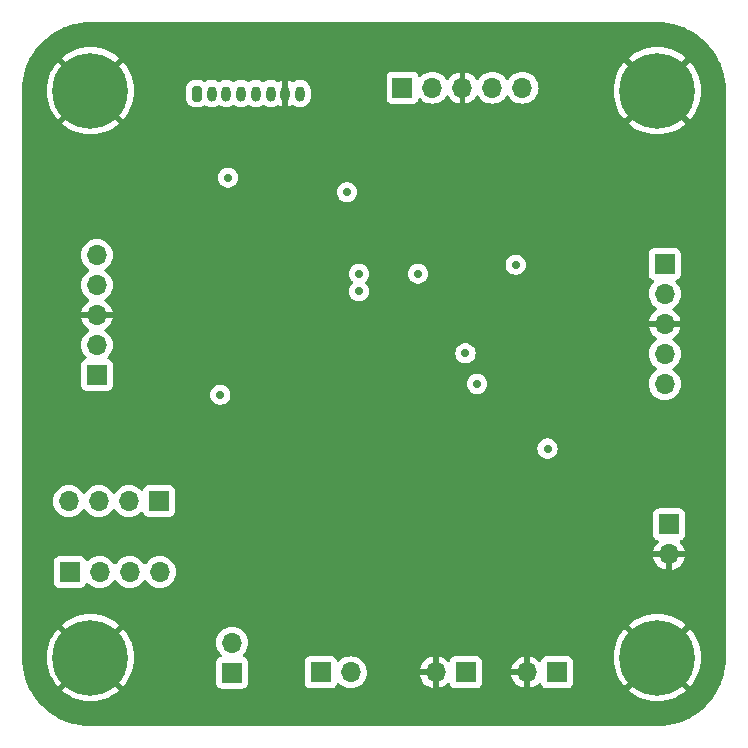
<source format=gbr>
%TF.GenerationSoftware,KiCad,Pcbnew,8.0.6*%
%TF.CreationDate,2025-03-13T12:14:51-04:00*%
%TF.ProjectId,PCB-Test,5043422d-5465-4737-942e-6b696361645f,rev?*%
%TF.SameCoordinates,Original*%
%TF.FileFunction,Copper,L2,Inr*%
%TF.FilePolarity,Positive*%
%FSLAX46Y46*%
G04 Gerber Fmt 4.6, Leading zero omitted, Abs format (unit mm)*
G04 Created by KiCad (PCBNEW 8.0.6) date 2025-03-13 12:14:51*
%MOMM*%
%LPD*%
G01*
G04 APERTURE LIST*
G04 Aperture macros list*
%AMRoundRect*
0 Rectangle with rounded corners*
0 $1 Rounding radius*
0 $2 $3 $4 $5 $6 $7 $8 $9 X,Y pos of 4 corners*
0 Add a 4 corners polygon primitive as box body*
4,1,4,$2,$3,$4,$5,$6,$7,$8,$9,$2,$3,0*
0 Add four circle primitives for the rounded corners*
1,1,$1+$1,$2,$3*
1,1,$1+$1,$4,$5*
1,1,$1+$1,$6,$7*
1,1,$1+$1,$8,$9*
0 Add four rect primitives between the rounded corners*
20,1,$1+$1,$2,$3,$4,$5,0*
20,1,$1+$1,$4,$5,$6,$7,0*
20,1,$1+$1,$6,$7,$8,$9,0*
20,1,$1+$1,$8,$9,$2,$3,0*%
G04 Aperture macros list end*
%TA.AperFunction,ComponentPad*%
%ADD10R,1.700000X1.700000*%
%TD*%
%TA.AperFunction,ComponentPad*%
%ADD11O,1.700000X1.700000*%
%TD*%
%TA.AperFunction,ComponentPad*%
%ADD12RoundRect,0.200000X-0.200000X-0.450000X0.200000X-0.450000X0.200000X0.450000X-0.200000X0.450000X0*%
%TD*%
%TA.AperFunction,ComponentPad*%
%ADD13O,0.800000X1.300000*%
%TD*%
%TA.AperFunction,ComponentPad*%
%ADD14C,0.800000*%
%TD*%
%TA.AperFunction,ComponentPad*%
%ADD15C,6.400000*%
%TD*%
%TA.AperFunction,ViaPad*%
%ADD16C,0.700000*%
%TD*%
G04 APERTURE END LIST*
D10*
%TO.N,/SCD40_EN*%
%TO.C,J10*%
X161800000Y-90750000D03*
D11*
%TO.N,/OZONE_EN*%
X159260000Y-90750000D03*
%TO.N,/PM25_EN*%
X156720000Y-90750000D03*
%TO.N,/SHT4X_EN*%
X154180000Y-90750000D03*
%TD*%
D10*
%TO.N,/SCL*%
%TO.C,J8*%
X175500000Y-105250000D03*
D11*
%TO.N,/SDA*%
X178040000Y-105250000D03*
%TD*%
D10*
%TO.N,Net-(D1-A)*%
%TO.C,JP1*%
X168000000Y-105275000D03*
D11*
%TO.N,+5V*%
X168000000Y-102735000D03*
%TD*%
D10*
%TO.N,/OZONE_VCC*%
%TO.C,J2*%
X182420000Y-55750000D03*
D11*
%TO.N,unconnected-(J2-Pin_2-Pad2)*%
X184960000Y-55750000D03*
%TO.N,GND*%
X187500000Y-55750000D03*
%TO.N,/SCL*%
X190040000Y-55750000D03*
%TO.N,/SDA*%
X192580000Y-55750000D03*
%TD*%
D12*
%TO.N,unconnected-(J1-Pin_1-Pad1)*%
%TO.C,J1*%
X165000000Y-56250000D03*
D13*
%TO.N,unconnected-(J1-Pin_2-Pad2)*%
X166250000Y-56250000D03*
%TO.N,/PM25_RST*%
X167500000Y-56250000D03*
%TO.N,/PM25_TX*%
X168750000Y-56250000D03*
%TO.N,/PM25_RX*%
X170000000Y-56250000D03*
%TO.N,/PM25_SET*%
X171250000Y-56250000D03*
%TO.N,GND*%
X172500000Y-56250000D03*
%TO.N,/PM25_VCC*%
X173750000Y-56250000D03*
%TD*%
D10*
%TO.N,/SHT4X_VCC*%
%TO.C,J4*%
X156550000Y-80075000D03*
D11*
%TO.N,unconnected-(J4-Pin_2-Pad2)*%
X156550000Y-77535000D03*
%TO.N,GND*%
X156550000Y-74995000D03*
%TO.N,/SCL*%
X156550000Y-72455000D03*
%TO.N,/SDA*%
X156550000Y-69915000D03*
%TD*%
D14*
%TO.N,GND*%
%TO.C,H1*%
X153600000Y-104000000D03*
X154302944Y-102302944D03*
X154302944Y-105697056D03*
X156000000Y-101600000D03*
D15*
X156000000Y-104000000D03*
D14*
X156000000Y-106400000D03*
X157697056Y-102302944D03*
X157697056Y-105697056D03*
X158400000Y-104000000D03*
%TD*%
%TO.N,GND*%
%TO.C,H3*%
X201600000Y-104000000D03*
X202302944Y-102302944D03*
X202302944Y-105697056D03*
X204000000Y-101600000D03*
D15*
X204000000Y-104000000D03*
D14*
X204000000Y-106400000D03*
X205697056Y-102302944D03*
X205697056Y-105697056D03*
X206400000Y-104000000D03*
%TD*%
%TO.N,GND*%
%TO.C,H4*%
X201600000Y-56000000D03*
X202302944Y-54302944D03*
X202302944Y-57697056D03*
X204000000Y-53600000D03*
D15*
X204000000Y-56000000D03*
D14*
X204000000Y-58400000D03*
X205697056Y-54302944D03*
X205697056Y-57697056D03*
X206400000Y-56000000D03*
%TD*%
D10*
%TO.N,/PM25_RST*%
%TO.C,J9*%
X154250000Y-96750000D03*
D11*
%TO.N,/PM25_TX*%
X156790000Y-96750000D03*
%TO.N,/PM25_RX*%
X159330000Y-96750000D03*
%TO.N,/PM25_SET*%
X161870000Y-96750000D03*
%TD*%
D14*
%TO.N,GND*%
%TO.C,H2*%
X153600000Y-56000000D03*
X154302944Y-54302944D03*
X154302944Y-57697056D03*
X156000000Y-53600000D03*
D15*
X156000000Y-56000000D03*
D14*
X156000000Y-58400000D03*
X157697056Y-54302944D03*
X157697056Y-57697056D03*
X158400000Y-56000000D03*
%TD*%
D10*
%TO.N,/SCD40_VCC*%
%TO.C,J3*%
X204625000Y-70675000D03*
D11*
%TO.N,unconnected-(J3-Pin_2-Pad2)*%
X204625000Y-73215000D03*
%TO.N,GND*%
X204625000Y-75755000D03*
%TO.N,/SCL*%
X204625000Y-78295000D03*
%TO.N,/SDA*%
X204625000Y-80835000D03*
%TD*%
D10*
%TO.N,VCC*%
%TO.C,J5*%
X187775000Y-105250000D03*
D11*
%TO.N,GND*%
X185235000Y-105250000D03*
%TD*%
D10*
%TO.N,VCC*%
%TO.C,J7*%
X205000000Y-92725000D03*
D11*
%TO.N,GND*%
X205000000Y-95265000D03*
%TD*%
D10*
%TO.N,VCC*%
%TO.C,J6*%
X195500000Y-105250000D03*
D11*
%TO.N,GND*%
X192960000Y-105250000D03*
%TD*%
D16*
%TO.N,+5V*%
X177706250Y-64600000D03*
X194700000Y-86300000D03*
X167000000Y-81750000D03*
X167637500Y-63362500D03*
X192000000Y-70750000D03*
%TO.N,GND*%
X163750000Y-101250000D03*
X174625000Y-68125000D03*
X179387500Y-68100000D03*
X167000000Y-76500000D03*
X166000000Y-66750000D03*
X188000000Y-66500000D03*
X200612500Y-74137500D03*
X197250000Y-96500000D03*
X191250000Y-88750000D03*
X160000000Y-76500000D03*
X193612500Y-74250000D03*
%TO.N,/SCL*%
X187750000Y-78250000D03*
X178750000Y-73000000D03*
%TO.N,/SDA*%
X188750000Y-80835000D03*
X178750000Y-71500000D03*
X183750000Y-71500000D03*
%TD*%
%TA.AperFunction,Conductor*%
%TO.N,GND*%
G36*
X204002443Y-50200596D02*
G01*
X204450150Y-50218186D01*
X204459845Y-50218948D01*
X204902424Y-50271330D01*
X204912016Y-50272850D01*
X205349096Y-50359792D01*
X205358550Y-50362062D01*
X205787453Y-50483025D01*
X205796706Y-50486031D01*
X206214802Y-50640274D01*
X206223791Y-50643998D01*
X206628504Y-50830573D01*
X206637167Y-50834988D01*
X207025983Y-51052736D01*
X207034285Y-51057823D01*
X207404810Y-51305399D01*
X207412684Y-51311119D01*
X207762655Y-51587016D01*
X207770047Y-51593329D01*
X208097295Y-51895833D01*
X208104173Y-51902711D01*
X208406665Y-52229946D01*
X208412988Y-52237349D01*
X208688877Y-52587312D01*
X208694600Y-52595189D01*
X208942176Y-52965714D01*
X208947263Y-52974016D01*
X209165011Y-53362832D01*
X209169432Y-53371507D01*
X209356000Y-53776205D01*
X209359726Y-53785201D01*
X209513967Y-54203290D01*
X209516975Y-54212549D01*
X209637936Y-54641445D01*
X209640209Y-54650912D01*
X209727146Y-55087968D01*
X209728670Y-55097586D01*
X209781050Y-55540149D01*
X209781813Y-55549855D01*
X209799404Y-55997556D01*
X209799500Y-56002424D01*
X209799500Y-103997575D01*
X209799404Y-104002443D01*
X209781813Y-104450144D01*
X209781050Y-104459850D01*
X209728670Y-104902413D01*
X209727146Y-104912031D01*
X209640209Y-105349087D01*
X209637936Y-105358554D01*
X209516975Y-105787450D01*
X209513967Y-105796709D01*
X209359726Y-106214798D01*
X209356000Y-106223794D01*
X209169432Y-106628492D01*
X209165011Y-106637167D01*
X208947263Y-107025983D01*
X208942176Y-107034285D01*
X208694600Y-107404810D01*
X208688877Y-107412687D01*
X208412988Y-107762650D01*
X208406665Y-107770053D01*
X208104173Y-108097288D01*
X208097288Y-108104173D01*
X207770053Y-108406665D01*
X207762650Y-108412988D01*
X207412687Y-108688877D01*
X207404810Y-108694600D01*
X207034285Y-108942176D01*
X207025983Y-108947263D01*
X206637167Y-109165011D01*
X206628492Y-109169432D01*
X206223794Y-109356000D01*
X206214798Y-109359726D01*
X205796709Y-109513967D01*
X205787450Y-109516975D01*
X205358554Y-109637936D01*
X205349087Y-109640209D01*
X204912031Y-109727146D01*
X204902413Y-109728670D01*
X204459850Y-109781050D01*
X204450144Y-109781813D01*
X204002443Y-109799404D01*
X203997575Y-109799500D01*
X156002425Y-109799500D01*
X155997557Y-109799404D01*
X155549855Y-109781813D01*
X155540149Y-109781050D01*
X155097586Y-109728670D01*
X155087968Y-109727146D01*
X154650912Y-109640209D01*
X154641445Y-109637936D01*
X154212549Y-109516975D01*
X154203290Y-109513967D01*
X153785201Y-109359726D01*
X153776205Y-109356000D01*
X153371507Y-109169432D01*
X153362832Y-109165011D01*
X152974016Y-108947263D01*
X152965714Y-108942176D01*
X152595189Y-108694600D01*
X152587312Y-108688877D01*
X152237349Y-108412988D01*
X152229946Y-108406665D01*
X152209196Y-108387484D01*
X151902704Y-108104166D01*
X151895833Y-108097295D01*
X151593329Y-107770047D01*
X151587011Y-107762650D01*
X151477796Y-107624112D01*
X151311119Y-107412684D01*
X151305399Y-107404810D01*
X151057823Y-107034285D01*
X151052736Y-107025983D01*
X150834988Y-106637167D01*
X150830573Y-106628504D01*
X150643998Y-106223791D01*
X150640273Y-106214798D01*
X150637574Y-106207483D01*
X150486031Y-105796706D01*
X150483024Y-105787450D01*
X150431830Y-105605931D01*
X150362062Y-105358550D01*
X150359790Y-105349087D01*
X150353174Y-105315826D01*
X150272850Y-104912016D01*
X150271329Y-104902413D01*
X150263774Y-104838583D01*
X150218948Y-104459845D01*
X150218186Y-104450144D01*
X150215716Y-104387287D01*
X150200596Y-104002443D01*
X150200548Y-103999999D01*
X152294922Y-103999999D01*
X152294922Y-104000000D01*
X152315219Y-104387287D01*
X152375886Y-104770323D01*
X152375887Y-104770330D01*
X152476262Y-105144936D01*
X152615244Y-105506994D01*
X152791310Y-105852543D01*
X153002531Y-106177793D01*
X153211095Y-106435350D01*
X153211096Y-106435350D01*
X154705748Y-104940698D01*
X154779588Y-105042330D01*
X154957670Y-105220412D01*
X155059300Y-105294251D01*
X153564648Y-106788903D01*
X153564649Y-106788904D01*
X153822206Y-106997468D01*
X154147456Y-107208689D01*
X154493005Y-107384755D01*
X154855063Y-107523737D01*
X155229669Y-107624112D01*
X155229676Y-107624113D01*
X155612712Y-107684780D01*
X155999999Y-107705078D01*
X156000001Y-107705078D01*
X156387287Y-107684780D01*
X156770323Y-107624113D01*
X156770330Y-107624112D01*
X157144936Y-107523737D01*
X157506994Y-107384755D01*
X157852543Y-107208689D01*
X158177783Y-106997476D01*
X158177785Y-106997475D01*
X158435349Y-106788902D01*
X156940698Y-105294251D01*
X157042330Y-105220412D01*
X157220412Y-105042330D01*
X157294251Y-104940698D01*
X158788902Y-106435349D01*
X158997475Y-106177785D01*
X158997476Y-106177783D01*
X159208689Y-105852543D01*
X159384755Y-105506994D01*
X159523737Y-105144936D01*
X159624112Y-104770330D01*
X159624113Y-104770323D01*
X159684780Y-104387287D01*
X159705078Y-104000000D01*
X159705078Y-103999999D01*
X159684780Y-103612712D01*
X159624113Y-103229676D01*
X159624112Y-103229669D01*
X159523737Y-102855063D01*
X159477648Y-102734999D01*
X166644341Y-102734999D01*
X166644341Y-102735000D01*
X166664936Y-102970403D01*
X166664938Y-102970413D01*
X166726094Y-103198655D01*
X166726096Y-103198659D01*
X166726097Y-103198663D01*
X166740559Y-103229676D01*
X166825965Y-103412830D01*
X166825967Y-103412834D01*
X166934281Y-103567521D01*
X166961501Y-103606396D01*
X166961506Y-103606402D01*
X167083430Y-103728326D01*
X167116915Y-103789649D01*
X167111931Y-103859341D01*
X167070059Y-103915274D01*
X167039083Y-103932189D01*
X166907669Y-103981203D01*
X166907664Y-103981206D01*
X166792455Y-104067452D01*
X166792452Y-104067455D01*
X166706206Y-104182664D01*
X166706202Y-104182671D01*
X166655908Y-104317517D01*
X166649764Y-104374668D01*
X166649501Y-104377123D01*
X166649500Y-104377135D01*
X166649500Y-106172870D01*
X166649501Y-106172876D01*
X166655908Y-106232483D01*
X166706202Y-106367328D01*
X166706206Y-106367335D01*
X166792452Y-106482544D01*
X166792455Y-106482547D01*
X166907664Y-106568793D01*
X166907671Y-106568797D01*
X167042517Y-106619091D01*
X167042516Y-106619091D01*
X167049444Y-106619835D01*
X167102127Y-106625500D01*
X168897872Y-106625499D01*
X168957483Y-106619091D01*
X169092331Y-106568796D01*
X169207546Y-106482546D01*
X169293796Y-106367331D01*
X169344091Y-106232483D01*
X169350500Y-106172873D01*
X169350499Y-104377128D01*
X169347812Y-104352135D01*
X174149500Y-104352135D01*
X174149500Y-106147870D01*
X174149501Y-106147876D01*
X174155908Y-106207483D01*
X174206202Y-106342328D01*
X174206206Y-106342335D01*
X174292452Y-106457544D01*
X174292455Y-106457547D01*
X174407664Y-106543793D01*
X174407671Y-106543797D01*
X174542517Y-106594091D01*
X174542516Y-106594091D01*
X174549444Y-106594835D01*
X174602127Y-106600500D01*
X176397872Y-106600499D01*
X176457483Y-106594091D01*
X176592331Y-106543796D01*
X176707546Y-106457546D01*
X176793796Y-106342331D01*
X176842810Y-106210916D01*
X176884681Y-106154984D01*
X176950145Y-106130566D01*
X177018418Y-106145417D01*
X177046673Y-106166569D01*
X177168599Y-106288495D01*
X177265384Y-106356265D01*
X177362165Y-106424032D01*
X177362167Y-106424033D01*
X177362170Y-106424035D01*
X177576337Y-106523903D01*
X177804592Y-106585063D01*
X177981034Y-106600500D01*
X178039999Y-106605659D01*
X178040000Y-106605659D01*
X178040001Y-106605659D01*
X178098966Y-106600500D01*
X178275408Y-106585063D01*
X178503663Y-106523903D01*
X178717830Y-106424035D01*
X178911401Y-106288495D01*
X179078495Y-106121401D01*
X179214035Y-105927830D01*
X179313903Y-105713663D01*
X179375063Y-105485408D01*
X179395659Y-105250000D01*
X179375063Y-105014592D01*
X179371153Y-104999999D01*
X183904364Y-104999999D01*
X183904364Y-105000000D01*
X184801988Y-105000000D01*
X184769075Y-105057007D01*
X184735000Y-105184174D01*
X184735000Y-105315826D01*
X184769075Y-105442993D01*
X184801988Y-105500000D01*
X183904364Y-105500000D01*
X183961567Y-105713486D01*
X183961570Y-105713492D01*
X184061399Y-105927578D01*
X184196894Y-106121082D01*
X184363917Y-106288105D01*
X184557421Y-106423600D01*
X184771507Y-106523429D01*
X184771516Y-106523433D01*
X184985000Y-106580634D01*
X184985000Y-105683012D01*
X185042007Y-105715925D01*
X185169174Y-105750000D01*
X185300826Y-105750000D01*
X185427993Y-105715925D01*
X185485000Y-105683012D01*
X185485000Y-106580633D01*
X185698483Y-106523433D01*
X185698492Y-106523429D01*
X185912578Y-106423600D01*
X186106078Y-106288108D01*
X186228133Y-106166053D01*
X186289456Y-106132568D01*
X186359148Y-106137552D01*
X186415082Y-106179423D01*
X186431997Y-106210401D01*
X186481202Y-106342328D01*
X186481206Y-106342335D01*
X186567452Y-106457544D01*
X186567455Y-106457547D01*
X186682664Y-106543793D01*
X186682671Y-106543797D01*
X186817517Y-106594091D01*
X186817516Y-106594091D01*
X186824444Y-106594835D01*
X186877127Y-106600500D01*
X188672872Y-106600499D01*
X188732483Y-106594091D01*
X188867331Y-106543796D01*
X188982546Y-106457546D01*
X189068796Y-106342331D01*
X189119091Y-106207483D01*
X189125500Y-106147873D01*
X189125499Y-104999999D01*
X191629364Y-104999999D01*
X191629364Y-105000000D01*
X192526988Y-105000000D01*
X192494075Y-105057007D01*
X192460000Y-105184174D01*
X192460000Y-105315826D01*
X192494075Y-105442993D01*
X192526988Y-105500000D01*
X191629364Y-105500000D01*
X191686567Y-105713486D01*
X191686570Y-105713492D01*
X191786399Y-105927578D01*
X191921894Y-106121082D01*
X192088917Y-106288105D01*
X192282421Y-106423600D01*
X192496507Y-106523429D01*
X192496516Y-106523433D01*
X192710000Y-106580634D01*
X192710000Y-105683012D01*
X192767007Y-105715925D01*
X192894174Y-105750000D01*
X193025826Y-105750000D01*
X193152993Y-105715925D01*
X193210000Y-105683012D01*
X193210000Y-106580633D01*
X193423483Y-106523433D01*
X193423492Y-106523429D01*
X193637578Y-106423600D01*
X193831078Y-106288108D01*
X193953133Y-106166053D01*
X194014456Y-106132568D01*
X194084148Y-106137552D01*
X194140082Y-106179423D01*
X194156997Y-106210401D01*
X194206202Y-106342328D01*
X194206206Y-106342335D01*
X194292452Y-106457544D01*
X194292455Y-106457547D01*
X194407664Y-106543793D01*
X194407671Y-106543797D01*
X194542517Y-106594091D01*
X194542516Y-106594091D01*
X194549444Y-106594835D01*
X194602127Y-106600500D01*
X196397872Y-106600499D01*
X196457483Y-106594091D01*
X196592331Y-106543796D01*
X196707546Y-106457546D01*
X196793796Y-106342331D01*
X196844091Y-106207483D01*
X196850500Y-106147873D01*
X196850499Y-104352128D01*
X196844091Y-104292517D01*
X196843002Y-104289598D01*
X196793797Y-104157671D01*
X196793793Y-104157664D01*
X196707547Y-104042455D01*
X196707544Y-104042452D01*
X196650834Y-103999999D01*
X200294922Y-103999999D01*
X200294922Y-104000000D01*
X200315219Y-104387287D01*
X200375886Y-104770323D01*
X200375887Y-104770330D01*
X200476262Y-105144936D01*
X200615244Y-105506994D01*
X200791310Y-105852543D01*
X201002531Y-106177793D01*
X201211095Y-106435350D01*
X201211096Y-106435350D01*
X202705748Y-104940698D01*
X202779588Y-105042330D01*
X202957670Y-105220412D01*
X203059300Y-105294251D01*
X201564648Y-106788903D01*
X201564649Y-106788904D01*
X201822206Y-106997468D01*
X202147456Y-107208689D01*
X202493005Y-107384755D01*
X202855063Y-107523737D01*
X203229669Y-107624112D01*
X203229676Y-107624113D01*
X203612712Y-107684780D01*
X203999999Y-107705078D01*
X204000001Y-107705078D01*
X204387287Y-107684780D01*
X204770323Y-107624113D01*
X204770330Y-107624112D01*
X205144936Y-107523737D01*
X205506994Y-107384755D01*
X205852543Y-107208689D01*
X206177783Y-106997476D01*
X206177785Y-106997475D01*
X206435349Y-106788902D01*
X204940698Y-105294251D01*
X205042330Y-105220412D01*
X205220412Y-105042330D01*
X205294251Y-104940698D01*
X206788902Y-106435349D01*
X206997475Y-106177785D01*
X206997476Y-106177783D01*
X207208689Y-105852543D01*
X207384755Y-105506994D01*
X207523737Y-105144936D01*
X207624112Y-104770330D01*
X207624113Y-104770323D01*
X207684780Y-104387287D01*
X207705078Y-104000000D01*
X207705078Y-103999999D01*
X207684780Y-103612712D01*
X207624113Y-103229676D01*
X207624112Y-103229669D01*
X207523737Y-102855063D01*
X207384755Y-102493005D01*
X207208689Y-102147456D01*
X206997468Y-101822206D01*
X206788904Y-101564649D01*
X206788903Y-101564648D01*
X205294251Y-103059300D01*
X205220412Y-102957670D01*
X205042330Y-102779588D01*
X204940698Y-102705748D01*
X206435350Y-101211096D01*
X206435350Y-101211095D01*
X206177793Y-101002531D01*
X205852543Y-100791310D01*
X205506994Y-100615244D01*
X205144936Y-100476262D01*
X204770330Y-100375887D01*
X204770323Y-100375886D01*
X204387287Y-100315219D01*
X204000001Y-100294922D01*
X203999999Y-100294922D01*
X203612712Y-100315219D01*
X203229676Y-100375886D01*
X203229669Y-100375887D01*
X202855063Y-100476262D01*
X202493005Y-100615244D01*
X202147456Y-100791310D01*
X201822206Y-101002531D01*
X201564648Y-101211095D01*
X201564648Y-101211096D01*
X203059301Y-102705748D01*
X202957670Y-102779588D01*
X202779588Y-102957670D01*
X202705748Y-103059300D01*
X201211096Y-101564648D01*
X201211095Y-101564648D01*
X201002531Y-101822206D01*
X200791310Y-102147456D01*
X200615244Y-102493005D01*
X200476262Y-102855063D01*
X200375887Y-103229669D01*
X200375886Y-103229676D01*
X200315219Y-103612712D01*
X200294922Y-103999999D01*
X196650834Y-103999999D01*
X196592335Y-103956206D01*
X196592328Y-103956202D01*
X196457482Y-103905908D01*
X196457483Y-103905908D01*
X196397883Y-103899501D01*
X196397881Y-103899500D01*
X196397873Y-103899500D01*
X196397864Y-103899500D01*
X194602129Y-103899500D01*
X194602123Y-103899501D01*
X194542516Y-103905908D01*
X194407671Y-103956202D01*
X194407664Y-103956206D01*
X194292455Y-104042452D01*
X194292452Y-104042455D01*
X194206206Y-104157664D01*
X194206202Y-104157671D01*
X194156997Y-104289598D01*
X194115126Y-104345532D01*
X194049661Y-104369949D01*
X193981388Y-104355097D01*
X193953134Y-104333946D01*
X193831082Y-104211894D01*
X193637578Y-104076399D01*
X193423492Y-103976570D01*
X193423486Y-103976567D01*
X193210000Y-103919364D01*
X193210000Y-104816988D01*
X193152993Y-104784075D01*
X193025826Y-104750000D01*
X192894174Y-104750000D01*
X192767007Y-104784075D01*
X192710000Y-104816988D01*
X192710000Y-103919364D01*
X192709999Y-103919364D01*
X192496513Y-103976567D01*
X192496507Y-103976570D01*
X192282422Y-104076399D01*
X192282420Y-104076400D01*
X192088926Y-104211886D01*
X192088920Y-104211891D01*
X191921891Y-104378920D01*
X191921886Y-104378926D01*
X191786400Y-104572420D01*
X191786399Y-104572422D01*
X191686570Y-104786507D01*
X191686567Y-104786513D01*
X191629364Y-104999999D01*
X189125499Y-104999999D01*
X189125499Y-104352128D01*
X189119091Y-104292517D01*
X189118002Y-104289598D01*
X189068797Y-104157671D01*
X189068793Y-104157664D01*
X188982547Y-104042455D01*
X188982544Y-104042452D01*
X188867335Y-103956206D01*
X188867328Y-103956202D01*
X188732482Y-103905908D01*
X188732483Y-103905908D01*
X188672883Y-103899501D01*
X188672881Y-103899500D01*
X188672873Y-103899500D01*
X188672864Y-103899500D01*
X186877129Y-103899500D01*
X186877123Y-103899501D01*
X186817516Y-103905908D01*
X186682671Y-103956202D01*
X186682664Y-103956206D01*
X186567455Y-104042452D01*
X186567452Y-104042455D01*
X186481206Y-104157664D01*
X186481202Y-104157671D01*
X186431997Y-104289598D01*
X186390126Y-104345532D01*
X186324661Y-104369949D01*
X186256388Y-104355097D01*
X186228134Y-104333946D01*
X186106082Y-104211894D01*
X185912578Y-104076399D01*
X185698492Y-103976570D01*
X185698486Y-103976567D01*
X185485000Y-103919364D01*
X185485000Y-104816988D01*
X185427993Y-104784075D01*
X185300826Y-104750000D01*
X185169174Y-104750000D01*
X185042007Y-104784075D01*
X184985000Y-104816988D01*
X184985000Y-103919364D01*
X184984999Y-103919364D01*
X184771513Y-103976567D01*
X184771507Y-103976570D01*
X184557422Y-104076399D01*
X184557420Y-104076400D01*
X184363926Y-104211886D01*
X184363920Y-104211891D01*
X184196891Y-104378920D01*
X184196886Y-104378926D01*
X184061400Y-104572420D01*
X184061399Y-104572422D01*
X183961570Y-104786507D01*
X183961567Y-104786513D01*
X183904364Y-104999999D01*
X179371153Y-104999999D01*
X179313903Y-104786337D01*
X179214035Y-104572171D01*
X179135388Y-104459850D01*
X179078494Y-104378597D01*
X178911402Y-104211506D01*
X178911395Y-104211501D01*
X178717834Y-104075967D01*
X178717830Y-104075965D01*
X178699574Y-104067452D01*
X178503663Y-103976097D01*
X178503659Y-103976096D01*
X178503655Y-103976094D01*
X178275413Y-103914938D01*
X178275403Y-103914936D01*
X178040001Y-103894341D01*
X178039999Y-103894341D01*
X177804596Y-103914936D01*
X177804586Y-103914938D01*
X177576344Y-103976094D01*
X177576335Y-103976098D01*
X177362171Y-104075964D01*
X177362169Y-104075965D01*
X177168600Y-104211503D01*
X177046673Y-104333430D01*
X176985350Y-104366914D01*
X176915658Y-104361930D01*
X176859725Y-104320058D01*
X176842810Y-104289081D01*
X176793797Y-104157671D01*
X176793793Y-104157664D01*
X176707547Y-104042455D01*
X176707544Y-104042452D01*
X176592335Y-103956206D01*
X176592328Y-103956202D01*
X176457482Y-103905908D01*
X176457483Y-103905908D01*
X176397883Y-103899501D01*
X176397881Y-103899500D01*
X176397873Y-103899500D01*
X176397864Y-103899500D01*
X174602129Y-103899500D01*
X174602123Y-103899501D01*
X174542516Y-103905908D01*
X174407671Y-103956202D01*
X174407664Y-103956206D01*
X174292455Y-104042452D01*
X174292452Y-104042455D01*
X174206206Y-104157664D01*
X174206202Y-104157671D01*
X174155908Y-104292517D01*
X174150209Y-104345532D01*
X174149501Y-104352123D01*
X174149500Y-104352135D01*
X169347812Y-104352135D01*
X169344091Y-104317517D01*
X169334766Y-104292516D01*
X169293797Y-104182671D01*
X169293793Y-104182664D01*
X169207547Y-104067455D01*
X169207544Y-104067452D01*
X169092335Y-103981206D01*
X169092328Y-103981202D01*
X168960917Y-103932189D01*
X168904983Y-103890318D01*
X168880566Y-103824853D01*
X168895418Y-103756580D01*
X168916563Y-103728332D01*
X169038495Y-103606401D01*
X169174035Y-103412830D01*
X169273903Y-103198663D01*
X169335063Y-102970408D01*
X169355659Y-102735000D01*
X169335063Y-102499592D01*
X169273903Y-102271337D01*
X169174035Y-102057171D01*
X169038495Y-101863599D01*
X169038494Y-101863597D01*
X168871402Y-101696506D01*
X168871395Y-101696501D01*
X168677834Y-101560967D01*
X168677830Y-101560965D01*
X168677828Y-101560964D01*
X168463663Y-101461097D01*
X168463659Y-101461096D01*
X168463655Y-101461094D01*
X168235413Y-101399938D01*
X168235403Y-101399936D01*
X168000001Y-101379341D01*
X167999999Y-101379341D01*
X167764596Y-101399936D01*
X167764586Y-101399938D01*
X167536344Y-101461094D01*
X167536335Y-101461098D01*
X167322171Y-101560964D01*
X167322169Y-101560965D01*
X167128597Y-101696505D01*
X166961505Y-101863597D01*
X166825965Y-102057169D01*
X166825964Y-102057171D01*
X166726098Y-102271335D01*
X166726094Y-102271344D01*
X166664938Y-102499586D01*
X166664936Y-102499596D01*
X166644341Y-102734999D01*
X159477648Y-102734999D01*
X159384755Y-102493005D01*
X159208689Y-102147456D01*
X158997468Y-101822206D01*
X158788904Y-101564649D01*
X158788903Y-101564648D01*
X157294251Y-103059300D01*
X157220412Y-102957670D01*
X157042330Y-102779588D01*
X156940698Y-102705748D01*
X158435350Y-101211096D01*
X158435350Y-101211095D01*
X158177793Y-101002531D01*
X157852543Y-100791310D01*
X157506994Y-100615244D01*
X157144936Y-100476262D01*
X156770330Y-100375887D01*
X156770323Y-100375886D01*
X156387287Y-100315219D01*
X156000001Y-100294922D01*
X155999999Y-100294922D01*
X155612712Y-100315219D01*
X155229676Y-100375886D01*
X155229669Y-100375887D01*
X154855063Y-100476262D01*
X154493005Y-100615244D01*
X154147456Y-100791310D01*
X153822206Y-101002531D01*
X153564648Y-101211095D01*
X153564648Y-101211096D01*
X155059301Y-102705748D01*
X154957670Y-102779588D01*
X154779588Y-102957670D01*
X154705748Y-103059300D01*
X153211096Y-101564648D01*
X153211095Y-101564648D01*
X153002531Y-101822206D01*
X152791310Y-102147456D01*
X152615244Y-102493005D01*
X152476262Y-102855063D01*
X152375887Y-103229669D01*
X152375886Y-103229676D01*
X152315219Y-103612712D01*
X152294922Y-103999999D01*
X150200548Y-103999999D01*
X150200500Y-103997575D01*
X150200500Y-95852135D01*
X152899500Y-95852135D01*
X152899500Y-97647870D01*
X152899501Y-97647876D01*
X152905908Y-97707483D01*
X152956202Y-97842328D01*
X152956206Y-97842335D01*
X153042452Y-97957544D01*
X153042455Y-97957547D01*
X153157664Y-98043793D01*
X153157671Y-98043797D01*
X153292517Y-98094091D01*
X153292516Y-98094091D01*
X153299444Y-98094835D01*
X153352127Y-98100500D01*
X155147872Y-98100499D01*
X155207483Y-98094091D01*
X155342331Y-98043796D01*
X155457546Y-97957546D01*
X155543796Y-97842331D01*
X155592810Y-97710916D01*
X155634681Y-97654984D01*
X155700145Y-97630566D01*
X155768418Y-97645417D01*
X155796673Y-97666569D01*
X155918599Y-97788495D01*
X156015384Y-97856265D01*
X156112165Y-97924032D01*
X156112167Y-97924033D01*
X156112170Y-97924035D01*
X156326337Y-98023903D01*
X156554592Y-98085063D01*
X156731034Y-98100500D01*
X156789999Y-98105659D01*
X156790000Y-98105659D01*
X156790001Y-98105659D01*
X156848966Y-98100500D01*
X157025408Y-98085063D01*
X157253663Y-98023903D01*
X157467830Y-97924035D01*
X157661401Y-97788495D01*
X157828495Y-97621401D01*
X157958425Y-97435842D01*
X158013002Y-97392217D01*
X158082500Y-97385023D01*
X158144855Y-97416546D01*
X158161575Y-97435842D01*
X158291500Y-97621395D01*
X158291505Y-97621401D01*
X158458599Y-97788495D01*
X158555384Y-97856265D01*
X158652165Y-97924032D01*
X158652167Y-97924033D01*
X158652170Y-97924035D01*
X158866337Y-98023903D01*
X159094592Y-98085063D01*
X159271034Y-98100500D01*
X159329999Y-98105659D01*
X159330000Y-98105659D01*
X159330001Y-98105659D01*
X159388966Y-98100500D01*
X159565408Y-98085063D01*
X159793663Y-98023903D01*
X160007830Y-97924035D01*
X160201401Y-97788495D01*
X160368495Y-97621401D01*
X160498425Y-97435842D01*
X160553002Y-97392217D01*
X160622500Y-97385023D01*
X160684855Y-97416546D01*
X160701575Y-97435842D01*
X160831500Y-97621395D01*
X160831505Y-97621401D01*
X160998599Y-97788495D01*
X161095384Y-97856265D01*
X161192165Y-97924032D01*
X161192167Y-97924033D01*
X161192170Y-97924035D01*
X161406337Y-98023903D01*
X161634592Y-98085063D01*
X161811034Y-98100500D01*
X161869999Y-98105659D01*
X161870000Y-98105659D01*
X161870001Y-98105659D01*
X161928966Y-98100500D01*
X162105408Y-98085063D01*
X162333663Y-98023903D01*
X162547830Y-97924035D01*
X162741401Y-97788495D01*
X162908495Y-97621401D01*
X163044035Y-97427830D01*
X163143903Y-97213663D01*
X163205063Y-96985408D01*
X163225659Y-96750000D01*
X163205063Y-96514592D01*
X163143903Y-96286337D01*
X163044035Y-96072171D01*
X163038425Y-96064158D01*
X162908494Y-95878597D01*
X162741402Y-95711506D01*
X162741395Y-95711501D01*
X162547834Y-95575967D01*
X162547830Y-95575965D01*
X162539342Y-95572007D01*
X162333663Y-95476097D01*
X162333659Y-95476096D01*
X162333655Y-95476094D01*
X162105413Y-95414938D01*
X162105403Y-95414936D01*
X161870001Y-95394341D01*
X161869999Y-95394341D01*
X161634596Y-95414936D01*
X161634586Y-95414938D01*
X161406344Y-95476094D01*
X161406335Y-95476098D01*
X161192171Y-95575964D01*
X161192169Y-95575965D01*
X160998597Y-95711505D01*
X160831505Y-95878597D01*
X160701575Y-96064158D01*
X160646998Y-96107783D01*
X160577500Y-96114977D01*
X160515145Y-96083454D01*
X160498425Y-96064158D01*
X160368494Y-95878597D01*
X160201402Y-95711506D01*
X160201395Y-95711501D01*
X160007834Y-95575967D01*
X160007830Y-95575965D01*
X159999342Y-95572007D01*
X159793663Y-95476097D01*
X159793659Y-95476096D01*
X159793655Y-95476094D01*
X159565413Y-95414938D01*
X159565403Y-95414936D01*
X159330001Y-95394341D01*
X159329999Y-95394341D01*
X159094596Y-95414936D01*
X159094586Y-95414938D01*
X158866344Y-95476094D01*
X158866335Y-95476098D01*
X158652171Y-95575964D01*
X158652169Y-95575965D01*
X158458597Y-95711505D01*
X158291505Y-95878597D01*
X158161575Y-96064158D01*
X158106998Y-96107783D01*
X158037500Y-96114977D01*
X157975145Y-96083454D01*
X157958425Y-96064158D01*
X157828494Y-95878597D01*
X157661402Y-95711506D01*
X157661395Y-95711501D01*
X157467834Y-95575967D01*
X157467830Y-95575965D01*
X157459342Y-95572007D01*
X157253663Y-95476097D01*
X157253659Y-95476096D01*
X157253655Y-95476094D01*
X157025413Y-95414938D01*
X157025403Y-95414936D01*
X156790001Y-95394341D01*
X156789999Y-95394341D01*
X156554596Y-95414936D01*
X156554586Y-95414938D01*
X156326344Y-95476094D01*
X156326335Y-95476098D01*
X156112171Y-95575964D01*
X156112169Y-95575965D01*
X155918600Y-95711503D01*
X155796673Y-95833430D01*
X155735350Y-95866914D01*
X155665658Y-95861930D01*
X155609725Y-95820058D01*
X155592810Y-95789081D01*
X155543797Y-95657671D01*
X155543793Y-95657664D01*
X155457547Y-95542455D01*
X155457544Y-95542452D01*
X155342335Y-95456206D01*
X155342328Y-95456202D01*
X155207482Y-95405908D01*
X155207483Y-95405908D01*
X155147883Y-95399501D01*
X155147881Y-95399500D01*
X155147873Y-95399500D01*
X155147864Y-95399500D01*
X153352129Y-95399500D01*
X153352123Y-95399501D01*
X153292516Y-95405908D01*
X153157671Y-95456202D01*
X153157664Y-95456206D01*
X153042455Y-95542452D01*
X153042452Y-95542455D01*
X152956206Y-95657664D01*
X152956202Y-95657671D01*
X152905908Y-95792517D01*
X152899501Y-95852116D01*
X152899500Y-95852135D01*
X150200500Y-95852135D01*
X150200500Y-90749999D01*
X152824341Y-90749999D01*
X152824341Y-90750000D01*
X152844936Y-90985403D01*
X152844938Y-90985413D01*
X152906094Y-91213655D01*
X152906096Y-91213659D01*
X152906097Y-91213663D01*
X152910000Y-91222032D01*
X153005965Y-91427830D01*
X153005967Y-91427834D01*
X153068719Y-91517452D01*
X153141505Y-91621401D01*
X153308599Y-91788495D01*
X153405384Y-91856265D01*
X153502165Y-91924032D01*
X153502167Y-91924033D01*
X153502170Y-91924035D01*
X153716337Y-92023903D01*
X153944592Y-92085063D01*
X154121034Y-92100500D01*
X154179999Y-92105659D01*
X154180000Y-92105659D01*
X154180001Y-92105659D01*
X154238966Y-92100500D01*
X154415408Y-92085063D01*
X154643663Y-92023903D01*
X154857830Y-91924035D01*
X155051401Y-91788495D01*
X155218495Y-91621401D01*
X155348425Y-91435842D01*
X155403002Y-91392217D01*
X155472500Y-91385023D01*
X155534855Y-91416546D01*
X155551575Y-91435842D01*
X155681500Y-91621395D01*
X155681505Y-91621401D01*
X155848599Y-91788495D01*
X155945384Y-91856265D01*
X156042165Y-91924032D01*
X156042167Y-91924033D01*
X156042170Y-91924035D01*
X156256337Y-92023903D01*
X156484592Y-92085063D01*
X156661034Y-92100500D01*
X156719999Y-92105659D01*
X156720000Y-92105659D01*
X156720001Y-92105659D01*
X156778966Y-92100500D01*
X156955408Y-92085063D01*
X157183663Y-92023903D01*
X157397830Y-91924035D01*
X157591401Y-91788495D01*
X157758495Y-91621401D01*
X157888425Y-91435842D01*
X157943002Y-91392217D01*
X158012500Y-91385023D01*
X158074855Y-91416546D01*
X158091575Y-91435842D01*
X158221500Y-91621395D01*
X158221505Y-91621401D01*
X158388599Y-91788495D01*
X158485384Y-91856265D01*
X158582165Y-91924032D01*
X158582167Y-91924033D01*
X158582170Y-91924035D01*
X158796337Y-92023903D01*
X159024592Y-92085063D01*
X159201034Y-92100500D01*
X159259999Y-92105659D01*
X159260000Y-92105659D01*
X159260001Y-92105659D01*
X159318966Y-92100500D01*
X159495408Y-92085063D01*
X159723663Y-92023903D01*
X159937830Y-91924035D01*
X160131401Y-91788495D01*
X160253329Y-91666566D01*
X160314648Y-91633084D01*
X160384340Y-91638068D01*
X160440274Y-91679939D01*
X160457189Y-91710917D01*
X160506202Y-91842328D01*
X160506206Y-91842335D01*
X160592452Y-91957544D01*
X160592455Y-91957547D01*
X160707664Y-92043793D01*
X160707671Y-92043797D01*
X160842517Y-92094091D01*
X160842516Y-92094091D01*
X160849444Y-92094835D01*
X160902127Y-92100500D01*
X162697872Y-92100499D01*
X162757483Y-92094091D01*
X162892331Y-92043796D01*
X163007546Y-91957546D01*
X163093796Y-91842331D01*
X163099464Y-91827135D01*
X203649500Y-91827135D01*
X203649500Y-93622870D01*
X203649501Y-93622876D01*
X203655908Y-93682483D01*
X203706202Y-93817328D01*
X203706206Y-93817335D01*
X203792452Y-93932544D01*
X203792455Y-93932547D01*
X203907664Y-94018793D01*
X203907671Y-94018797D01*
X203907674Y-94018798D01*
X204039598Y-94068002D01*
X204095531Y-94109873D01*
X204119949Y-94175337D01*
X204105098Y-94243610D01*
X204083947Y-94271865D01*
X203961886Y-94393926D01*
X203826400Y-94587420D01*
X203826399Y-94587422D01*
X203726570Y-94801507D01*
X203726567Y-94801513D01*
X203669364Y-95014999D01*
X203669364Y-95015000D01*
X204566988Y-95015000D01*
X204534075Y-95072007D01*
X204500000Y-95199174D01*
X204500000Y-95330826D01*
X204534075Y-95457993D01*
X204566988Y-95515000D01*
X203669364Y-95515000D01*
X203726567Y-95728486D01*
X203726570Y-95728492D01*
X203826399Y-95942578D01*
X203961894Y-96136082D01*
X204128917Y-96303105D01*
X204322421Y-96438600D01*
X204536507Y-96538429D01*
X204536516Y-96538433D01*
X204750000Y-96595634D01*
X204750000Y-95698012D01*
X204807007Y-95730925D01*
X204934174Y-95765000D01*
X205065826Y-95765000D01*
X205192993Y-95730925D01*
X205250000Y-95698012D01*
X205250000Y-96595633D01*
X205463483Y-96538433D01*
X205463492Y-96538429D01*
X205677578Y-96438600D01*
X205871082Y-96303105D01*
X206038105Y-96136082D01*
X206173600Y-95942578D01*
X206273429Y-95728492D01*
X206273432Y-95728486D01*
X206330636Y-95515000D01*
X205433012Y-95515000D01*
X205465925Y-95457993D01*
X205500000Y-95330826D01*
X205500000Y-95199174D01*
X205465925Y-95072007D01*
X205433012Y-95015000D01*
X206330636Y-95015000D01*
X206330635Y-95014999D01*
X206273432Y-94801513D01*
X206273429Y-94801507D01*
X206173600Y-94587422D01*
X206173599Y-94587420D01*
X206038113Y-94393926D01*
X206038108Y-94393920D01*
X205916053Y-94271865D01*
X205882568Y-94210542D01*
X205887552Y-94140850D01*
X205929424Y-94084917D01*
X205960400Y-94068002D01*
X206092331Y-94018796D01*
X206207546Y-93932546D01*
X206293796Y-93817331D01*
X206344091Y-93682483D01*
X206350500Y-93622873D01*
X206350499Y-91827128D01*
X206344091Y-91767517D01*
X206321699Y-91707482D01*
X206293797Y-91632671D01*
X206293793Y-91632664D01*
X206207547Y-91517455D01*
X206207544Y-91517452D01*
X206092335Y-91431206D01*
X206092328Y-91431202D01*
X205957482Y-91380908D01*
X205957483Y-91380908D01*
X205897883Y-91374501D01*
X205897881Y-91374500D01*
X205897873Y-91374500D01*
X205897864Y-91374500D01*
X204102129Y-91374500D01*
X204102123Y-91374501D01*
X204042516Y-91380908D01*
X203907671Y-91431202D01*
X203907664Y-91431206D01*
X203792455Y-91517452D01*
X203792452Y-91517455D01*
X203706206Y-91632664D01*
X203706202Y-91632671D01*
X203655908Y-91767517D01*
X203653653Y-91788498D01*
X203649501Y-91827123D01*
X203649500Y-91827135D01*
X163099464Y-91827135D01*
X163144091Y-91707483D01*
X163150500Y-91647873D01*
X163150499Y-89852128D01*
X163144091Y-89792517D01*
X163142810Y-89789083D01*
X163093797Y-89657671D01*
X163093793Y-89657664D01*
X163007547Y-89542455D01*
X163007544Y-89542452D01*
X162892335Y-89456206D01*
X162892328Y-89456202D01*
X162757482Y-89405908D01*
X162757483Y-89405908D01*
X162697883Y-89399501D01*
X162697881Y-89399500D01*
X162697873Y-89399500D01*
X162697864Y-89399500D01*
X160902129Y-89399500D01*
X160902123Y-89399501D01*
X160842516Y-89405908D01*
X160707671Y-89456202D01*
X160707664Y-89456206D01*
X160592455Y-89542452D01*
X160592452Y-89542455D01*
X160506206Y-89657664D01*
X160506203Y-89657669D01*
X160457189Y-89789083D01*
X160415317Y-89845016D01*
X160349853Y-89869433D01*
X160281580Y-89854581D01*
X160253326Y-89833430D01*
X160131402Y-89711506D01*
X160131395Y-89711501D01*
X159937834Y-89575967D01*
X159937830Y-89575965D01*
X159937828Y-89575964D01*
X159723663Y-89476097D01*
X159723659Y-89476096D01*
X159723655Y-89476094D01*
X159495413Y-89414938D01*
X159495403Y-89414936D01*
X159260001Y-89394341D01*
X159259999Y-89394341D01*
X159024596Y-89414936D01*
X159024586Y-89414938D01*
X158796344Y-89476094D01*
X158796335Y-89476098D01*
X158582171Y-89575964D01*
X158582169Y-89575965D01*
X158388597Y-89711505D01*
X158221505Y-89878597D01*
X158091575Y-90064158D01*
X158036998Y-90107783D01*
X157967500Y-90114977D01*
X157905145Y-90083454D01*
X157888425Y-90064158D01*
X157758494Y-89878597D01*
X157591402Y-89711506D01*
X157591395Y-89711501D01*
X157397834Y-89575967D01*
X157397830Y-89575965D01*
X157397828Y-89575964D01*
X157183663Y-89476097D01*
X157183659Y-89476096D01*
X157183655Y-89476094D01*
X156955413Y-89414938D01*
X156955403Y-89414936D01*
X156720001Y-89394341D01*
X156719999Y-89394341D01*
X156484596Y-89414936D01*
X156484586Y-89414938D01*
X156256344Y-89476094D01*
X156256335Y-89476098D01*
X156042171Y-89575964D01*
X156042169Y-89575965D01*
X155848597Y-89711505D01*
X155681505Y-89878597D01*
X155551575Y-90064158D01*
X155496998Y-90107783D01*
X155427500Y-90114977D01*
X155365145Y-90083454D01*
X155348425Y-90064158D01*
X155218494Y-89878597D01*
X155051402Y-89711506D01*
X155051395Y-89711501D01*
X154857834Y-89575967D01*
X154857830Y-89575965D01*
X154857828Y-89575964D01*
X154643663Y-89476097D01*
X154643659Y-89476096D01*
X154643655Y-89476094D01*
X154415413Y-89414938D01*
X154415403Y-89414936D01*
X154180001Y-89394341D01*
X154179999Y-89394341D01*
X153944596Y-89414936D01*
X153944586Y-89414938D01*
X153716344Y-89476094D01*
X153716335Y-89476098D01*
X153502171Y-89575964D01*
X153502169Y-89575965D01*
X153308597Y-89711505D01*
X153141505Y-89878597D01*
X153005965Y-90072169D01*
X153005964Y-90072171D01*
X152906098Y-90286335D01*
X152906094Y-90286344D01*
X152844938Y-90514586D01*
X152844936Y-90514596D01*
X152824341Y-90749999D01*
X150200500Y-90749999D01*
X150200500Y-86300000D01*
X193844815Y-86300000D01*
X193863503Y-86477805D01*
X193863504Y-86477807D01*
X193918747Y-86647829D01*
X193918750Y-86647835D01*
X194008141Y-86802665D01*
X194049812Y-86848946D01*
X194127764Y-86935521D01*
X194127767Y-86935523D01*
X194127770Y-86935526D01*
X194272407Y-87040612D01*
X194435733Y-87113329D01*
X194610609Y-87150500D01*
X194610610Y-87150500D01*
X194789389Y-87150500D01*
X194789391Y-87150500D01*
X194964267Y-87113329D01*
X195127593Y-87040612D01*
X195272230Y-86935526D01*
X195391859Y-86802665D01*
X195481250Y-86647835D01*
X195536497Y-86477803D01*
X195555185Y-86300000D01*
X195536497Y-86122197D01*
X195481250Y-85952165D01*
X195391859Y-85797335D01*
X195345003Y-85745296D01*
X195272235Y-85664478D01*
X195272232Y-85664476D01*
X195272231Y-85664475D01*
X195272230Y-85664474D01*
X195127593Y-85559388D01*
X194964267Y-85486671D01*
X194964265Y-85486670D01*
X194836594Y-85459533D01*
X194789391Y-85449500D01*
X194610609Y-85449500D01*
X194579954Y-85456015D01*
X194435733Y-85486670D01*
X194435728Y-85486672D01*
X194272408Y-85559387D01*
X194127768Y-85664475D01*
X194008140Y-85797336D01*
X193918750Y-85952164D01*
X193918747Y-85952170D01*
X193863504Y-86122192D01*
X193863503Y-86122194D01*
X193844815Y-86300000D01*
X150200500Y-86300000D01*
X150200500Y-81750000D01*
X166144815Y-81750000D01*
X166163503Y-81927805D01*
X166163504Y-81927807D01*
X166218747Y-82097829D01*
X166218750Y-82097835D01*
X166308141Y-82252665D01*
X166349812Y-82298946D01*
X166427764Y-82385521D01*
X166427767Y-82385523D01*
X166427770Y-82385526D01*
X166572407Y-82490612D01*
X166735733Y-82563329D01*
X166910609Y-82600500D01*
X166910610Y-82600500D01*
X167089389Y-82600500D01*
X167089391Y-82600500D01*
X167264267Y-82563329D01*
X167427593Y-82490612D01*
X167572230Y-82385526D01*
X167691859Y-82252665D01*
X167781250Y-82097835D01*
X167836497Y-81927803D01*
X167855185Y-81750000D01*
X167836497Y-81572197D01*
X167788832Y-81425499D01*
X167781252Y-81402170D01*
X167781249Y-81402164D01*
X167761984Y-81368796D01*
X167691859Y-81247335D01*
X167633783Y-81182835D01*
X167572235Y-81114478D01*
X167572232Y-81114476D01*
X167572231Y-81114475D01*
X167572230Y-81114474D01*
X167427593Y-81009388D01*
X167264267Y-80936671D01*
X167264265Y-80936670D01*
X167136594Y-80909533D01*
X167089391Y-80899500D01*
X166910609Y-80899500D01*
X166879954Y-80906015D01*
X166735733Y-80936670D01*
X166735728Y-80936672D01*
X166572408Y-81009387D01*
X166427768Y-81114475D01*
X166308140Y-81247336D01*
X166218750Y-81402164D01*
X166218747Y-81402170D01*
X166163504Y-81572192D01*
X166163503Y-81572194D01*
X166144815Y-81750000D01*
X150200500Y-81750000D01*
X150200500Y-69914999D01*
X155194341Y-69914999D01*
X155194341Y-69915000D01*
X155214936Y-70150403D01*
X155214938Y-70150413D01*
X155276094Y-70378655D01*
X155276096Y-70378659D01*
X155276097Y-70378663D01*
X155287059Y-70402170D01*
X155375965Y-70592830D01*
X155375967Y-70592834D01*
X155511501Y-70786395D01*
X155511506Y-70786402D01*
X155678597Y-70953493D01*
X155678603Y-70953498D01*
X155864158Y-71083425D01*
X155907783Y-71138002D01*
X155914977Y-71207500D01*
X155883454Y-71269855D01*
X155864158Y-71286575D01*
X155678597Y-71416505D01*
X155511505Y-71583597D01*
X155375965Y-71777169D01*
X155375964Y-71777171D01*
X155276098Y-71991335D01*
X155276094Y-71991344D01*
X155214938Y-72219586D01*
X155214936Y-72219596D01*
X155194341Y-72454999D01*
X155194341Y-72455000D01*
X155214936Y-72690403D01*
X155214938Y-72690413D01*
X155276094Y-72918655D01*
X155276096Y-72918659D01*
X155276097Y-72918663D01*
X155375965Y-73132830D01*
X155375967Y-73132834D01*
X155511501Y-73326395D01*
X155511506Y-73326402D01*
X155678597Y-73493493D01*
X155678603Y-73493498D01*
X155864594Y-73623730D01*
X155908219Y-73678307D01*
X155915413Y-73747805D01*
X155883890Y-73810160D01*
X155864595Y-73826880D01*
X155678922Y-73956890D01*
X155678920Y-73956891D01*
X155511891Y-74123920D01*
X155511886Y-74123926D01*
X155376400Y-74317420D01*
X155376399Y-74317422D01*
X155276570Y-74531507D01*
X155276567Y-74531513D01*
X155219364Y-74744999D01*
X155219364Y-74745000D01*
X156116988Y-74745000D01*
X156084075Y-74802007D01*
X156050000Y-74929174D01*
X156050000Y-75060826D01*
X156084075Y-75187993D01*
X156116988Y-75245000D01*
X155219364Y-75245000D01*
X155276567Y-75458486D01*
X155276570Y-75458492D01*
X155376399Y-75672578D01*
X155511894Y-75866082D01*
X155678917Y-76033105D01*
X155864595Y-76163119D01*
X155908219Y-76217696D01*
X155915412Y-76287195D01*
X155883890Y-76349549D01*
X155864595Y-76366269D01*
X155678594Y-76496508D01*
X155511505Y-76663597D01*
X155375965Y-76857169D01*
X155375964Y-76857171D01*
X155276098Y-77071335D01*
X155276094Y-77071344D01*
X155214938Y-77299586D01*
X155214936Y-77299596D01*
X155194341Y-77534999D01*
X155194341Y-77535000D01*
X155214936Y-77770403D01*
X155214938Y-77770413D01*
X155276094Y-77998655D01*
X155276096Y-77998659D01*
X155276097Y-77998663D01*
X155310387Y-78072197D01*
X155375965Y-78212830D01*
X155375967Y-78212834D01*
X155433500Y-78294999D01*
X155511501Y-78406396D01*
X155511506Y-78406402D01*
X155633430Y-78528326D01*
X155666915Y-78589649D01*
X155661931Y-78659341D01*
X155620059Y-78715274D01*
X155589083Y-78732189D01*
X155457669Y-78781203D01*
X155457664Y-78781206D01*
X155342455Y-78867452D01*
X155342452Y-78867455D01*
X155256206Y-78982664D01*
X155256202Y-78982671D01*
X155205908Y-79117517D01*
X155200654Y-79166395D01*
X155199501Y-79177123D01*
X155199500Y-79177135D01*
X155199500Y-80972870D01*
X155199501Y-80972876D01*
X155205908Y-81032483D01*
X155256202Y-81167328D01*
X155256206Y-81167335D01*
X155342452Y-81282544D01*
X155342455Y-81282547D01*
X155457664Y-81368793D01*
X155457671Y-81368797D01*
X155592517Y-81419091D01*
X155592516Y-81419091D01*
X155599444Y-81419835D01*
X155652127Y-81425500D01*
X157447872Y-81425499D01*
X157507483Y-81419091D01*
X157642331Y-81368796D01*
X157757546Y-81282546D01*
X157843796Y-81167331D01*
X157894091Y-81032483D01*
X157900500Y-80972873D01*
X157900500Y-80835000D01*
X187894815Y-80835000D01*
X187913503Y-81012805D01*
X187913504Y-81012807D01*
X187968747Y-81182829D01*
X187968750Y-81182835D01*
X188058141Y-81337665D01*
X188099812Y-81383946D01*
X188177764Y-81470521D01*
X188177767Y-81470523D01*
X188177770Y-81470526D01*
X188322407Y-81575612D01*
X188485733Y-81648329D01*
X188660609Y-81685500D01*
X188660610Y-81685500D01*
X188839389Y-81685500D01*
X188839391Y-81685500D01*
X189014267Y-81648329D01*
X189177593Y-81575612D01*
X189322230Y-81470526D01*
X189441859Y-81337665D01*
X189531250Y-81182835D01*
X189586497Y-81012803D01*
X189605185Y-80835000D01*
X189586497Y-80657197D01*
X189531250Y-80487165D01*
X189441859Y-80332335D01*
X189395003Y-80280296D01*
X189322235Y-80199478D01*
X189322232Y-80199476D01*
X189322231Y-80199475D01*
X189322230Y-80199474D01*
X189177593Y-80094388D01*
X189014267Y-80021671D01*
X189014265Y-80021670D01*
X188886594Y-79994533D01*
X188839391Y-79984500D01*
X188660609Y-79984500D01*
X188629954Y-79991015D01*
X188485733Y-80021670D01*
X188485728Y-80021672D01*
X188322408Y-80094387D01*
X188177768Y-80199475D01*
X188058140Y-80332336D01*
X187968750Y-80487164D01*
X187968747Y-80487170D01*
X187913504Y-80657192D01*
X187913503Y-80657194D01*
X187894815Y-80835000D01*
X157900500Y-80835000D01*
X157900499Y-79177128D01*
X157894091Y-79117517D01*
X157873880Y-79063329D01*
X157843797Y-78982671D01*
X157843793Y-78982664D01*
X157757547Y-78867455D01*
X157757544Y-78867452D01*
X157642335Y-78781206D01*
X157642328Y-78781202D01*
X157510917Y-78732189D01*
X157454983Y-78690318D01*
X157430566Y-78624853D01*
X157445418Y-78556580D01*
X157466563Y-78528332D01*
X157588495Y-78406401D01*
X157698008Y-78250000D01*
X186894815Y-78250000D01*
X186913503Y-78427805D01*
X186913504Y-78427807D01*
X186968747Y-78597829D01*
X186968750Y-78597835D01*
X187058141Y-78752665D01*
X187063542Y-78758663D01*
X187177764Y-78885521D01*
X187177767Y-78885523D01*
X187177770Y-78885526D01*
X187322407Y-78990612D01*
X187485733Y-79063329D01*
X187660609Y-79100500D01*
X187660610Y-79100500D01*
X187839389Y-79100500D01*
X187839391Y-79100500D01*
X188014267Y-79063329D01*
X188177593Y-78990612D01*
X188322230Y-78885526D01*
X188441859Y-78752665D01*
X188531250Y-78597835D01*
X188586497Y-78427803D01*
X188605185Y-78250000D01*
X188586497Y-78072197D01*
X188531250Y-77902165D01*
X188441859Y-77747335D01*
X188395003Y-77695296D01*
X188322235Y-77614478D01*
X188322232Y-77614476D01*
X188322231Y-77614475D01*
X188322230Y-77614474D01*
X188177593Y-77509388D01*
X188014267Y-77436671D01*
X188014265Y-77436670D01*
X187886594Y-77409533D01*
X187839391Y-77399500D01*
X187660609Y-77399500D01*
X187629954Y-77406015D01*
X187485733Y-77436670D01*
X187485728Y-77436672D01*
X187322408Y-77509387D01*
X187177768Y-77614475D01*
X187058140Y-77747336D01*
X186968750Y-77902164D01*
X186968747Y-77902170D01*
X186913504Y-78072192D01*
X186913503Y-78072194D01*
X186894815Y-78250000D01*
X157698008Y-78250000D01*
X157724035Y-78212830D01*
X157823903Y-77998663D01*
X157885063Y-77770408D01*
X157905659Y-77535000D01*
X157885063Y-77299592D01*
X157823903Y-77071337D01*
X157724035Y-76857171D01*
X157588495Y-76663599D01*
X157588494Y-76663597D01*
X157421402Y-76496506D01*
X157421401Y-76496505D01*
X157235405Y-76366269D01*
X157191781Y-76311692D01*
X157184588Y-76242193D01*
X157216110Y-76179839D01*
X157235405Y-76163119D01*
X157421082Y-76033105D01*
X157588105Y-75866082D01*
X157723600Y-75672578D01*
X157823429Y-75458492D01*
X157823432Y-75458486D01*
X157880636Y-75245000D01*
X156983012Y-75245000D01*
X157015925Y-75187993D01*
X157050000Y-75060826D01*
X157050000Y-74929174D01*
X157015925Y-74802007D01*
X156983012Y-74745000D01*
X157880636Y-74745000D01*
X157880635Y-74744999D01*
X157823432Y-74531513D01*
X157823429Y-74531507D01*
X157723600Y-74317422D01*
X157723599Y-74317420D01*
X157588113Y-74123926D01*
X157588108Y-74123920D01*
X157421078Y-73956890D01*
X157235405Y-73826879D01*
X157191780Y-73772302D01*
X157184588Y-73702804D01*
X157216110Y-73640449D01*
X157235406Y-73623730D01*
X157421401Y-73493495D01*
X157588495Y-73326401D01*
X157724035Y-73132830D01*
X157823903Y-72918663D01*
X157885063Y-72690408D01*
X157905659Y-72455000D01*
X157885063Y-72219592D01*
X157823903Y-71991337D01*
X157724035Y-71777171D01*
X157654459Y-71677805D01*
X157588494Y-71583597D01*
X157504896Y-71500000D01*
X177894815Y-71500000D01*
X177913503Y-71677805D01*
X177913504Y-71677807D01*
X177968747Y-71847829D01*
X177968750Y-71847835D01*
X178058141Y-72002665D01*
X178078701Y-72025499D01*
X178177764Y-72135521D01*
X178177769Y-72135525D01*
X178197255Y-72149683D01*
X178239920Y-72205014D01*
X178245898Y-72274627D01*
X178213291Y-72336422D01*
X178197255Y-72350317D01*
X178177769Y-72364474D01*
X178058140Y-72497336D01*
X177968750Y-72652164D01*
X177968747Y-72652170D01*
X177913504Y-72822192D01*
X177913503Y-72822194D01*
X177894815Y-73000000D01*
X177913503Y-73177805D01*
X177913504Y-73177807D01*
X177968747Y-73347829D01*
X177968750Y-73347835D01*
X178058141Y-73502665D01*
X178099812Y-73548946D01*
X178177764Y-73635521D01*
X178177767Y-73635523D01*
X178177770Y-73635526D01*
X178322407Y-73740612D01*
X178485733Y-73813329D01*
X178660609Y-73850500D01*
X178660610Y-73850500D01*
X178839389Y-73850500D01*
X178839391Y-73850500D01*
X179014267Y-73813329D01*
X179177593Y-73740612D01*
X179322230Y-73635526D01*
X179441859Y-73502665D01*
X179531250Y-73347835D01*
X179574411Y-73214999D01*
X203269341Y-73214999D01*
X203269341Y-73215000D01*
X203289936Y-73450403D01*
X203289938Y-73450413D01*
X203351094Y-73678655D01*
X203351096Y-73678659D01*
X203351097Y-73678663D01*
X203420212Y-73826880D01*
X203450965Y-73892830D01*
X203450967Y-73892834D01*
X203586501Y-74086395D01*
X203586506Y-74086402D01*
X203753597Y-74253493D01*
X203753603Y-74253498D01*
X203939594Y-74383730D01*
X203983219Y-74438307D01*
X203990413Y-74507805D01*
X203958890Y-74570160D01*
X203939595Y-74586880D01*
X203753922Y-74716890D01*
X203753920Y-74716891D01*
X203586891Y-74883920D01*
X203586886Y-74883926D01*
X203451400Y-75077420D01*
X203451399Y-75077422D01*
X203351570Y-75291507D01*
X203351567Y-75291513D01*
X203294364Y-75504999D01*
X203294364Y-75505000D01*
X204191988Y-75505000D01*
X204159075Y-75562007D01*
X204125000Y-75689174D01*
X204125000Y-75820826D01*
X204159075Y-75947993D01*
X204191988Y-76005000D01*
X203294364Y-76005000D01*
X203351567Y-76218486D01*
X203351570Y-76218492D01*
X203451399Y-76432578D01*
X203586894Y-76626082D01*
X203753917Y-76793105D01*
X203939595Y-76923119D01*
X203983219Y-76977696D01*
X203990412Y-77047195D01*
X203958890Y-77109549D01*
X203939595Y-77126269D01*
X203753594Y-77256508D01*
X203586505Y-77423597D01*
X203450965Y-77617169D01*
X203450964Y-77617171D01*
X203351098Y-77831335D01*
X203351094Y-77831344D01*
X203289938Y-78059586D01*
X203289936Y-78059596D01*
X203269341Y-78294999D01*
X203269341Y-78295000D01*
X203289936Y-78530403D01*
X203289938Y-78530413D01*
X203351094Y-78758655D01*
X203351096Y-78758659D01*
X203351097Y-78758663D01*
X203450965Y-78972830D01*
X203450967Y-78972834D01*
X203586501Y-79166395D01*
X203586506Y-79166402D01*
X203753597Y-79333493D01*
X203753603Y-79333498D01*
X203939158Y-79463425D01*
X203982783Y-79518002D01*
X203989977Y-79587500D01*
X203958454Y-79649855D01*
X203939158Y-79666575D01*
X203753597Y-79796505D01*
X203586505Y-79963597D01*
X203450965Y-80157169D01*
X203450964Y-80157171D01*
X203351098Y-80371335D01*
X203351094Y-80371344D01*
X203289938Y-80599586D01*
X203289936Y-80599596D01*
X203269341Y-80834999D01*
X203269341Y-80835000D01*
X203289936Y-81070403D01*
X203289938Y-81070413D01*
X203351094Y-81298655D01*
X203351096Y-81298659D01*
X203351097Y-81298663D01*
X203410242Y-81425499D01*
X203450965Y-81512830D01*
X203450967Y-81512834D01*
X203559281Y-81667521D01*
X203586505Y-81706401D01*
X203753599Y-81873495D01*
X203831159Y-81927803D01*
X203947165Y-82009032D01*
X203947167Y-82009033D01*
X203947170Y-82009035D01*
X204161337Y-82108903D01*
X204389592Y-82170063D01*
X204577918Y-82186539D01*
X204624999Y-82190659D01*
X204625000Y-82190659D01*
X204625001Y-82190659D01*
X204664234Y-82187226D01*
X204860408Y-82170063D01*
X205088663Y-82108903D01*
X205302830Y-82009035D01*
X205496401Y-81873495D01*
X205663495Y-81706401D01*
X205799035Y-81512830D01*
X205898903Y-81298663D01*
X205960063Y-81070408D01*
X205980659Y-80835000D01*
X205960063Y-80599592D01*
X205898903Y-80371337D01*
X205799035Y-80157171D01*
X205755074Y-80094387D01*
X205663494Y-79963597D01*
X205496402Y-79796506D01*
X205496396Y-79796501D01*
X205310842Y-79666575D01*
X205267217Y-79611998D01*
X205260023Y-79542500D01*
X205291546Y-79480145D01*
X205310842Y-79463425D01*
X205333026Y-79447891D01*
X205496401Y-79333495D01*
X205663495Y-79166401D01*
X205799035Y-78972830D01*
X205898903Y-78758663D01*
X205960063Y-78530408D01*
X205980659Y-78295000D01*
X205960063Y-78059592D01*
X205898903Y-77831337D01*
X205799035Y-77617171D01*
X205797150Y-77614478D01*
X205663494Y-77423597D01*
X205496402Y-77256506D01*
X205496401Y-77256505D01*
X205310405Y-77126269D01*
X205266781Y-77071692D01*
X205259588Y-77002193D01*
X205291110Y-76939839D01*
X205310405Y-76923119D01*
X205496082Y-76793105D01*
X205663105Y-76626082D01*
X205798600Y-76432578D01*
X205898429Y-76218492D01*
X205898432Y-76218486D01*
X205955636Y-76005000D01*
X205058012Y-76005000D01*
X205090925Y-75947993D01*
X205125000Y-75820826D01*
X205125000Y-75689174D01*
X205090925Y-75562007D01*
X205058012Y-75505000D01*
X205955636Y-75505000D01*
X205955635Y-75504999D01*
X205898432Y-75291513D01*
X205898429Y-75291507D01*
X205798600Y-75077422D01*
X205798599Y-75077420D01*
X205663113Y-74883926D01*
X205663108Y-74883920D01*
X205496078Y-74716890D01*
X205310405Y-74586879D01*
X205266780Y-74532302D01*
X205259588Y-74462804D01*
X205291110Y-74400449D01*
X205310406Y-74383730D01*
X205496401Y-74253495D01*
X205663495Y-74086401D01*
X205799035Y-73892830D01*
X205898903Y-73678663D01*
X205960063Y-73450408D01*
X205980659Y-73215000D01*
X205960063Y-72979592D01*
X205898903Y-72751337D01*
X205799035Y-72537171D01*
X205771142Y-72497336D01*
X205663496Y-72343600D01*
X205614885Y-72294989D01*
X205541567Y-72221671D01*
X205508084Y-72160351D01*
X205513068Y-72090659D01*
X205554939Y-72034725D01*
X205585915Y-72017810D01*
X205717331Y-71968796D01*
X205832546Y-71882546D01*
X205918796Y-71767331D01*
X205969091Y-71632483D01*
X205975500Y-71572873D01*
X205975499Y-69777128D01*
X205969091Y-69717517D01*
X205954947Y-69679596D01*
X205918797Y-69582671D01*
X205918793Y-69582664D01*
X205832547Y-69467455D01*
X205832544Y-69467452D01*
X205717335Y-69381206D01*
X205717328Y-69381202D01*
X205582482Y-69330908D01*
X205582483Y-69330908D01*
X205522883Y-69324501D01*
X205522881Y-69324500D01*
X205522873Y-69324500D01*
X205522864Y-69324500D01*
X203727129Y-69324500D01*
X203727123Y-69324501D01*
X203667516Y-69330908D01*
X203532671Y-69381202D01*
X203532664Y-69381206D01*
X203417455Y-69467452D01*
X203417452Y-69467455D01*
X203331206Y-69582664D01*
X203331202Y-69582671D01*
X203280908Y-69717517D01*
X203274501Y-69777116D01*
X203274501Y-69777123D01*
X203274500Y-69777135D01*
X203274500Y-71572870D01*
X203274501Y-71572876D01*
X203280908Y-71632483D01*
X203331202Y-71767328D01*
X203331206Y-71767335D01*
X203417452Y-71882544D01*
X203417455Y-71882547D01*
X203532664Y-71968793D01*
X203532671Y-71968797D01*
X203664081Y-72017810D01*
X203720015Y-72059681D01*
X203744432Y-72125145D01*
X203729580Y-72193418D01*
X203708430Y-72221673D01*
X203586503Y-72343600D01*
X203450965Y-72537169D01*
X203450964Y-72537171D01*
X203351098Y-72751335D01*
X203351094Y-72751344D01*
X203289938Y-72979586D01*
X203289936Y-72979596D01*
X203269341Y-73214999D01*
X179574411Y-73214999D01*
X179586497Y-73177803D01*
X179605185Y-73000000D01*
X179586497Y-72822197D01*
X179543676Y-72690408D01*
X179531252Y-72652170D01*
X179531249Y-72652164D01*
X179464857Y-72537169D01*
X179441859Y-72497335D01*
X179395003Y-72445296D01*
X179322235Y-72364478D01*
X179322231Y-72364475D01*
X179322230Y-72364474D01*
X179302745Y-72350317D01*
X179260080Y-72294989D01*
X179254101Y-72225375D01*
X179286706Y-72163580D01*
X179302746Y-72149682D01*
X179322230Y-72135526D01*
X179441859Y-72002665D01*
X179531250Y-71847835D01*
X179586497Y-71677803D01*
X179605185Y-71500000D01*
X182894815Y-71500000D01*
X182913503Y-71677805D01*
X182913504Y-71677807D01*
X182968747Y-71847829D01*
X182968750Y-71847835D01*
X183058141Y-72002665D01*
X183078701Y-72025499D01*
X183177764Y-72135521D01*
X183177767Y-72135523D01*
X183177770Y-72135526D01*
X183322407Y-72240612D01*
X183485733Y-72313329D01*
X183660609Y-72350500D01*
X183660610Y-72350500D01*
X183839389Y-72350500D01*
X183839391Y-72350500D01*
X184014267Y-72313329D01*
X184177593Y-72240612D01*
X184322230Y-72135526D01*
X184441859Y-72002665D01*
X184531250Y-71847835D01*
X184586497Y-71677803D01*
X184605185Y-71500000D01*
X184586497Y-71322197D01*
X184531250Y-71152165D01*
X184441859Y-70997335D01*
X184395003Y-70945296D01*
X184322235Y-70864478D01*
X184322232Y-70864476D01*
X184322231Y-70864475D01*
X184322230Y-70864474D01*
X184177593Y-70759388D01*
X184156507Y-70750000D01*
X191144815Y-70750000D01*
X191163503Y-70927805D01*
X191163504Y-70927807D01*
X191218747Y-71097829D01*
X191218750Y-71097835D01*
X191308141Y-71252665D01*
X191333623Y-71280965D01*
X191427764Y-71385521D01*
X191427767Y-71385523D01*
X191427770Y-71385526D01*
X191572407Y-71490612D01*
X191735733Y-71563329D01*
X191910609Y-71600500D01*
X191910610Y-71600500D01*
X192089389Y-71600500D01*
X192089391Y-71600500D01*
X192264267Y-71563329D01*
X192427593Y-71490612D01*
X192572230Y-71385526D01*
X192691859Y-71252665D01*
X192781250Y-71097835D01*
X192836497Y-70927803D01*
X192855185Y-70750000D01*
X192836497Y-70572197D01*
X192781250Y-70402165D01*
X192691859Y-70247335D01*
X192645003Y-70195296D01*
X192572235Y-70114478D01*
X192572232Y-70114476D01*
X192572231Y-70114475D01*
X192572230Y-70114474D01*
X192427593Y-70009388D01*
X192264267Y-69936671D01*
X192264265Y-69936670D01*
X192136594Y-69909533D01*
X192089391Y-69899500D01*
X191910609Y-69899500D01*
X191879954Y-69906015D01*
X191735733Y-69936670D01*
X191735728Y-69936672D01*
X191572408Y-70009387D01*
X191427768Y-70114475D01*
X191308140Y-70247336D01*
X191218750Y-70402164D01*
X191218747Y-70402170D01*
X191163504Y-70572192D01*
X191163503Y-70572194D01*
X191144815Y-70750000D01*
X184156507Y-70750000D01*
X184014267Y-70686671D01*
X184014265Y-70686670D01*
X183886594Y-70659533D01*
X183839391Y-70649500D01*
X183660609Y-70649500D01*
X183629954Y-70656015D01*
X183485733Y-70686670D01*
X183485728Y-70686672D01*
X183322408Y-70759387D01*
X183177768Y-70864475D01*
X183058140Y-70997336D01*
X182968750Y-71152164D01*
X182968747Y-71152170D01*
X182913504Y-71322192D01*
X182913503Y-71322194D01*
X182894815Y-71500000D01*
X179605185Y-71500000D01*
X179586497Y-71322197D01*
X179531250Y-71152165D01*
X179441859Y-70997335D01*
X179395003Y-70945296D01*
X179322235Y-70864478D01*
X179322232Y-70864476D01*
X179322231Y-70864475D01*
X179322230Y-70864474D01*
X179177593Y-70759388D01*
X179014267Y-70686671D01*
X179014265Y-70686670D01*
X178886594Y-70659533D01*
X178839391Y-70649500D01*
X178660609Y-70649500D01*
X178629954Y-70656015D01*
X178485733Y-70686670D01*
X178485728Y-70686672D01*
X178322408Y-70759387D01*
X178177768Y-70864475D01*
X178058140Y-70997336D01*
X177968750Y-71152164D01*
X177968747Y-71152170D01*
X177913504Y-71322192D01*
X177913503Y-71322194D01*
X177894815Y-71500000D01*
X157504896Y-71500000D01*
X157421402Y-71416506D01*
X157421396Y-71416501D01*
X157235842Y-71286575D01*
X157192217Y-71231998D01*
X157185023Y-71162500D01*
X157216546Y-71100145D01*
X157235842Y-71083425D01*
X157258026Y-71067891D01*
X157421401Y-70953495D01*
X157588495Y-70786401D01*
X157724035Y-70592830D01*
X157823903Y-70378663D01*
X157885063Y-70150408D01*
X157905659Y-69915000D01*
X157885063Y-69679592D01*
X157828222Y-69467455D01*
X157823905Y-69451344D01*
X157823904Y-69451343D01*
X157823903Y-69451337D01*
X157724035Y-69237171D01*
X157588495Y-69043599D01*
X157588494Y-69043597D01*
X157421402Y-68876506D01*
X157421395Y-68876501D01*
X157227834Y-68740967D01*
X157227830Y-68740965D01*
X157227828Y-68740964D01*
X157013663Y-68641097D01*
X157013659Y-68641096D01*
X157013655Y-68641094D01*
X156785413Y-68579938D01*
X156785403Y-68579936D01*
X156550001Y-68559341D01*
X156549999Y-68559341D01*
X156314596Y-68579936D01*
X156314586Y-68579938D01*
X156086344Y-68641094D01*
X156086335Y-68641098D01*
X155872171Y-68740964D01*
X155872169Y-68740965D01*
X155678597Y-68876505D01*
X155511505Y-69043597D01*
X155375965Y-69237169D01*
X155375964Y-69237171D01*
X155276098Y-69451335D01*
X155276094Y-69451344D01*
X155214938Y-69679586D01*
X155214936Y-69679596D01*
X155194341Y-69914999D01*
X150200500Y-69914999D01*
X150200500Y-64600000D01*
X176851065Y-64600000D01*
X176869753Y-64777805D01*
X176869754Y-64777807D01*
X176924997Y-64947829D01*
X176925000Y-64947835D01*
X177014391Y-65102665D01*
X177056062Y-65148946D01*
X177134014Y-65235521D01*
X177134017Y-65235523D01*
X177134020Y-65235526D01*
X177278657Y-65340612D01*
X177441983Y-65413329D01*
X177616859Y-65450500D01*
X177616860Y-65450500D01*
X177795639Y-65450500D01*
X177795641Y-65450500D01*
X177970517Y-65413329D01*
X178133843Y-65340612D01*
X178278480Y-65235526D01*
X178398109Y-65102665D01*
X178487500Y-64947835D01*
X178542747Y-64777803D01*
X178561435Y-64600000D01*
X178542747Y-64422197D01*
X178487500Y-64252165D01*
X178398109Y-64097335D01*
X178351253Y-64045296D01*
X178278485Y-63964478D01*
X178278482Y-63964476D01*
X178278481Y-63964475D01*
X178278480Y-63964474D01*
X178133843Y-63859388D01*
X177970517Y-63786671D01*
X177970515Y-63786670D01*
X177842844Y-63759533D01*
X177795641Y-63749500D01*
X177616859Y-63749500D01*
X177586204Y-63756015D01*
X177441983Y-63786670D01*
X177441978Y-63786672D01*
X177278658Y-63859387D01*
X177134018Y-63964475D01*
X177014390Y-64097336D01*
X176925000Y-64252164D01*
X176924997Y-64252170D01*
X176869754Y-64422192D01*
X176869753Y-64422194D01*
X176851065Y-64600000D01*
X150200500Y-64600000D01*
X150200500Y-63362500D01*
X166782315Y-63362500D01*
X166801003Y-63540305D01*
X166801004Y-63540307D01*
X166856247Y-63710329D01*
X166856250Y-63710335D01*
X166945641Y-63865165D01*
X166987312Y-63911446D01*
X167065264Y-63998021D01*
X167065267Y-63998023D01*
X167065270Y-63998026D01*
X167209907Y-64103112D01*
X167373233Y-64175829D01*
X167548109Y-64213000D01*
X167548110Y-64213000D01*
X167726889Y-64213000D01*
X167726891Y-64213000D01*
X167901767Y-64175829D01*
X168065093Y-64103112D01*
X168209730Y-63998026D01*
X168329359Y-63865165D01*
X168418750Y-63710335D01*
X168473997Y-63540303D01*
X168492685Y-63362500D01*
X168473997Y-63184697D01*
X168418750Y-63014665D01*
X168329359Y-62859835D01*
X168282503Y-62807796D01*
X168209735Y-62726978D01*
X168209732Y-62726976D01*
X168209731Y-62726975D01*
X168209730Y-62726974D01*
X168065093Y-62621888D01*
X167901767Y-62549171D01*
X167901765Y-62549170D01*
X167774094Y-62522033D01*
X167726891Y-62512000D01*
X167548109Y-62512000D01*
X167517454Y-62518515D01*
X167373233Y-62549170D01*
X167373228Y-62549172D01*
X167209908Y-62621887D01*
X167065268Y-62726975D01*
X166945640Y-62859836D01*
X166856250Y-63014664D01*
X166856247Y-63014670D01*
X166801004Y-63184692D01*
X166801003Y-63184694D01*
X166782315Y-63362500D01*
X150200500Y-63362500D01*
X150200500Y-56002424D01*
X150200548Y-55999999D01*
X152294922Y-55999999D01*
X152294922Y-56000000D01*
X152315219Y-56387287D01*
X152375886Y-56770323D01*
X152375887Y-56770330D01*
X152476262Y-57144936D01*
X152615244Y-57506994D01*
X152791310Y-57852543D01*
X153002531Y-58177793D01*
X153211095Y-58435350D01*
X153211096Y-58435350D01*
X154705748Y-56940698D01*
X154779588Y-57042330D01*
X154957670Y-57220412D01*
X155059300Y-57294251D01*
X153564648Y-58788903D01*
X153564649Y-58788904D01*
X153822206Y-58997468D01*
X154147456Y-59208689D01*
X154493005Y-59384755D01*
X154855063Y-59523737D01*
X155229669Y-59624112D01*
X155229676Y-59624113D01*
X155612712Y-59684780D01*
X155999999Y-59705078D01*
X156000001Y-59705078D01*
X156387287Y-59684780D01*
X156770323Y-59624113D01*
X156770330Y-59624112D01*
X157144936Y-59523737D01*
X157506994Y-59384755D01*
X157852543Y-59208689D01*
X158177783Y-58997476D01*
X158177785Y-58997475D01*
X158435349Y-58788902D01*
X156940698Y-57294251D01*
X157042330Y-57220412D01*
X157220412Y-57042330D01*
X157294251Y-56940698D01*
X158788902Y-58435349D01*
X158997475Y-58177785D01*
X158997476Y-58177783D01*
X159208689Y-57852543D01*
X159384755Y-57506994D01*
X159523737Y-57144936D01*
X159624112Y-56770330D01*
X159624113Y-56770323D01*
X159684780Y-56387287D01*
X159705078Y-56000000D01*
X159705078Y-55999999D01*
X159691629Y-55743386D01*
X164099500Y-55743386D01*
X164099500Y-56756613D01*
X164105913Y-56827192D01*
X164105913Y-56827194D01*
X164105914Y-56827196D01*
X164156522Y-56989606D01*
X164223559Y-57100499D01*
X164244530Y-57135188D01*
X164364811Y-57255469D01*
X164364813Y-57255470D01*
X164364815Y-57255472D01*
X164510394Y-57343478D01*
X164672804Y-57394086D01*
X164743384Y-57400500D01*
X164743387Y-57400500D01*
X165256613Y-57400500D01*
X165256616Y-57400500D01*
X165327196Y-57394086D01*
X165489606Y-57343478D01*
X165633125Y-57256717D01*
X165700676Y-57238882D01*
X165766162Y-57259733D01*
X165823450Y-57298011D01*
X165823457Y-57298015D01*
X165932707Y-57343267D01*
X165987334Y-57365894D01*
X165987336Y-57365894D01*
X165987341Y-57365896D01*
X166161304Y-57400499D01*
X166161307Y-57400500D01*
X166161309Y-57400500D01*
X166338693Y-57400500D01*
X166338694Y-57400499D01*
X166396682Y-57388964D01*
X166512658Y-57365896D01*
X166512661Y-57365894D01*
X166512666Y-57365894D01*
X166676547Y-57298013D01*
X166806109Y-57211442D01*
X166872786Y-57190564D01*
X166940166Y-57209048D01*
X166943891Y-57211442D01*
X167073446Y-57298008D01*
X167073453Y-57298013D01*
X167073455Y-57298014D01*
X167073459Y-57298016D01*
X167183214Y-57343477D01*
X167237334Y-57365894D01*
X167237336Y-57365894D01*
X167237341Y-57365896D01*
X167411304Y-57400499D01*
X167411307Y-57400500D01*
X167411309Y-57400500D01*
X167588693Y-57400500D01*
X167588694Y-57400499D01*
X167646682Y-57388964D01*
X167762658Y-57365896D01*
X167762661Y-57365894D01*
X167762666Y-57365894D01*
X167926547Y-57298013D01*
X168056109Y-57211442D01*
X168122786Y-57190564D01*
X168190166Y-57209048D01*
X168193891Y-57211442D01*
X168323446Y-57298008D01*
X168323453Y-57298013D01*
X168323455Y-57298014D01*
X168323459Y-57298016D01*
X168433214Y-57343477D01*
X168487334Y-57365894D01*
X168487336Y-57365894D01*
X168487341Y-57365896D01*
X168661304Y-57400499D01*
X168661307Y-57400500D01*
X168661309Y-57400500D01*
X168838693Y-57400500D01*
X168838694Y-57400499D01*
X168896682Y-57388964D01*
X169012658Y-57365896D01*
X169012661Y-57365894D01*
X169012666Y-57365894D01*
X169176547Y-57298013D01*
X169306109Y-57211442D01*
X169372786Y-57190564D01*
X169440166Y-57209048D01*
X169443891Y-57211442D01*
X169573446Y-57298008D01*
X169573453Y-57298013D01*
X169573455Y-57298014D01*
X169573459Y-57298016D01*
X169683214Y-57343477D01*
X169737334Y-57365894D01*
X169737336Y-57365894D01*
X169737341Y-57365896D01*
X169911304Y-57400499D01*
X169911307Y-57400500D01*
X169911309Y-57400500D01*
X170088693Y-57400500D01*
X170088694Y-57400499D01*
X170146682Y-57388964D01*
X170262658Y-57365896D01*
X170262661Y-57365894D01*
X170262666Y-57365894D01*
X170426547Y-57298013D01*
X170556109Y-57211442D01*
X170622786Y-57190564D01*
X170690166Y-57209048D01*
X170693891Y-57211442D01*
X170823446Y-57298008D01*
X170823453Y-57298013D01*
X170823455Y-57298014D01*
X170823459Y-57298016D01*
X170933214Y-57343477D01*
X170987334Y-57365894D01*
X170987336Y-57365894D01*
X170987341Y-57365896D01*
X171161304Y-57400499D01*
X171161307Y-57400500D01*
X171161309Y-57400500D01*
X171338693Y-57400500D01*
X171338694Y-57400499D01*
X171396682Y-57388964D01*
X171512658Y-57365896D01*
X171512661Y-57365894D01*
X171512666Y-57365894D01*
X171676547Y-57298013D01*
X171676552Y-57298009D01*
X171676555Y-57298008D01*
X171792684Y-57220412D01*
X171806558Y-57211141D01*
X171873234Y-57190263D01*
X171940615Y-57208747D01*
X171944340Y-57211141D01*
X172073683Y-57297566D01*
X172073693Y-57297571D01*
X172237476Y-57365412D01*
X172237483Y-57365415D01*
X172250000Y-57367904D01*
X172250000Y-56299728D01*
X172288060Y-56391614D01*
X172358386Y-56461940D01*
X172450272Y-56500000D01*
X172549728Y-56500000D01*
X172641614Y-56461940D01*
X172711940Y-56391614D01*
X172750000Y-56299728D01*
X172750000Y-57367903D01*
X172762516Y-57365415D01*
X172762523Y-57365412D01*
X172926306Y-57297571D01*
X172926315Y-57297566D01*
X173055659Y-57211141D01*
X173122336Y-57190263D01*
X173189716Y-57208747D01*
X173193441Y-57211141D01*
X173322791Y-57297571D01*
X173323453Y-57298013D01*
X173323455Y-57298014D01*
X173323459Y-57298016D01*
X173433214Y-57343477D01*
X173487334Y-57365894D01*
X173487336Y-57365894D01*
X173487341Y-57365896D01*
X173661304Y-57400499D01*
X173661307Y-57400500D01*
X173661309Y-57400500D01*
X173838693Y-57400500D01*
X173838694Y-57400499D01*
X173896682Y-57388964D01*
X174012658Y-57365896D01*
X174012661Y-57365894D01*
X174012666Y-57365894D01*
X174176547Y-57298013D01*
X174177209Y-57297571D01*
X174178534Y-57296685D01*
X174324035Y-57199464D01*
X174449464Y-57074035D01*
X174548013Y-56926547D01*
X174549054Y-56924035D01*
X174589165Y-56827196D01*
X174615894Y-56762666D01*
X174617098Y-56756616D01*
X174643993Y-56621402D01*
X174650500Y-56588691D01*
X174650500Y-55911309D01*
X174650500Y-55911306D01*
X174650499Y-55911304D01*
X174615896Y-55737341D01*
X174615893Y-55737332D01*
X174548016Y-55573459D01*
X174548009Y-55573446D01*
X174449464Y-55425965D01*
X174449461Y-55425961D01*
X174324038Y-55300538D01*
X174324034Y-55300535D01*
X174176553Y-55201990D01*
X174176540Y-55201983D01*
X174012667Y-55134106D01*
X174012658Y-55134103D01*
X173838694Y-55099500D01*
X173838691Y-55099500D01*
X173661309Y-55099500D01*
X173661306Y-55099500D01*
X173487341Y-55134103D01*
X173487332Y-55134106D01*
X173323459Y-55201983D01*
X173323446Y-55201990D01*
X173193441Y-55288858D01*
X173126764Y-55309736D01*
X173059383Y-55291252D01*
X173055659Y-55288858D01*
X172926316Y-55202433D01*
X172926307Y-55202428D01*
X172762519Y-55134585D01*
X172750000Y-55132094D01*
X172750000Y-56200272D01*
X172711940Y-56108386D01*
X172641614Y-56038060D01*
X172549728Y-56000000D01*
X172450272Y-56000000D01*
X172358386Y-56038060D01*
X172288060Y-56108386D01*
X172250000Y-56200272D01*
X172250000Y-55132095D01*
X172249999Y-55132094D01*
X172237480Y-55134585D01*
X172073692Y-55202428D01*
X172073683Y-55202433D01*
X171944340Y-55288858D01*
X171877662Y-55309736D01*
X171810282Y-55291251D01*
X171806558Y-55288858D01*
X171676552Y-55201990D01*
X171676540Y-55201983D01*
X171512667Y-55134106D01*
X171512658Y-55134103D01*
X171338694Y-55099500D01*
X171338691Y-55099500D01*
X171161309Y-55099500D01*
X171161306Y-55099500D01*
X170987341Y-55134103D01*
X170987332Y-55134106D01*
X170823459Y-55201983D01*
X170823446Y-55201990D01*
X170693891Y-55288557D01*
X170627213Y-55309435D01*
X170559833Y-55290950D01*
X170556109Y-55288557D01*
X170426553Y-55201990D01*
X170426540Y-55201983D01*
X170262667Y-55134106D01*
X170262658Y-55134103D01*
X170088694Y-55099500D01*
X170088691Y-55099500D01*
X169911309Y-55099500D01*
X169911306Y-55099500D01*
X169737341Y-55134103D01*
X169737332Y-55134106D01*
X169573459Y-55201983D01*
X169573446Y-55201990D01*
X169443891Y-55288557D01*
X169377213Y-55309435D01*
X169309833Y-55290950D01*
X169306109Y-55288557D01*
X169176553Y-55201990D01*
X169176540Y-55201983D01*
X169012667Y-55134106D01*
X169012658Y-55134103D01*
X168838694Y-55099500D01*
X168838691Y-55099500D01*
X168661309Y-55099500D01*
X168661306Y-55099500D01*
X168487341Y-55134103D01*
X168487332Y-55134106D01*
X168323459Y-55201983D01*
X168323446Y-55201990D01*
X168193891Y-55288557D01*
X168127213Y-55309435D01*
X168059833Y-55290950D01*
X168056109Y-55288557D01*
X167926553Y-55201990D01*
X167926540Y-55201983D01*
X167762667Y-55134106D01*
X167762658Y-55134103D01*
X167588694Y-55099500D01*
X167588691Y-55099500D01*
X167411309Y-55099500D01*
X167411306Y-55099500D01*
X167237341Y-55134103D01*
X167237332Y-55134106D01*
X167073459Y-55201983D01*
X167073446Y-55201990D01*
X166943891Y-55288557D01*
X166877213Y-55309435D01*
X166809833Y-55290950D01*
X166806109Y-55288557D01*
X166676553Y-55201990D01*
X166676540Y-55201983D01*
X166512667Y-55134106D01*
X166512658Y-55134103D01*
X166338694Y-55099500D01*
X166338691Y-55099500D01*
X166161309Y-55099500D01*
X166161306Y-55099500D01*
X165987341Y-55134103D01*
X165987332Y-55134106D01*
X165823460Y-55201983D01*
X165823449Y-55201989D01*
X165766162Y-55240267D01*
X165699484Y-55261144D01*
X165633122Y-55243281D01*
X165489606Y-55156522D01*
X165411212Y-55132094D01*
X165327196Y-55105914D01*
X165327194Y-55105913D01*
X165327192Y-55105913D01*
X165277778Y-55101423D01*
X165256616Y-55099500D01*
X164743384Y-55099500D01*
X164724145Y-55101248D01*
X164672807Y-55105913D01*
X164510393Y-55156522D01*
X164364811Y-55244530D01*
X164244530Y-55364811D01*
X164156522Y-55510393D01*
X164105913Y-55672807D01*
X164099500Y-55743386D01*
X159691629Y-55743386D01*
X159684780Y-55612712D01*
X159624113Y-55229676D01*
X159624112Y-55229669D01*
X159523737Y-54855063D01*
X159522613Y-54852135D01*
X181069500Y-54852135D01*
X181069500Y-56647870D01*
X181069501Y-56647876D01*
X181075908Y-56707483D01*
X181126202Y-56842328D01*
X181126206Y-56842335D01*
X181212452Y-56957544D01*
X181212455Y-56957547D01*
X181327664Y-57043793D01*
X181327671Y-57043797D01*
X181462517Y-57094091D01*
X181462516Y-57094091D01*
X181469444Y-57094835D01*
X181522127Y-57100500D01*
X183317872Y-57100499D01*
X183377483Y-57094091D01*
X183512331Y-57043796D01*
X183627546Y-56957546D01*
X183713796Y-56842331D01*
X183762810Y-56710916D01*
X183804681Y-56654984D01*
X183870145Y-56630566D01*
X183938418Y-56645417D01*
X183966673Y-56666569D01*
X184088599Y-56788495D01*
X184185384Y-56856265D01*
X184282165Y-56924032D01*
X184282167Y-56924033D01*
X184282170Y-56924035D01*
X184496337Y-57023903D01*
X184724592Y-57085063D01*
X184901034Y-57100500D01*
X184959999Y-57105659D01*
X184960000Y-57105659D01*
X184960001Y-57105659D01*
X185018966Y-57100500D01*
X185195408Y-57085063D01*
X185423663Y-57023903D01*
X185637830Y-56924035D01*
X185831401Y-56788495D01*
X185998495Y-56621401D01*
X186128730Y-56435405D01*
X186183307Y-56391781D01*
X186252805Y-56384587D01*
X186315160Y-56416110D01*
X186331879Y-56435405D01*
X186461890Y-56621078D01*
X186628917Y-56788105D01*
X186822421Y-56923600D01*
X187036507Y-57023429D01*
X187036516Y-57023433D01*
X187250000Y-57080634D01*
X187250000Y-56183012D01*
X187307007Y-56215925D01*
X187434174Y-56250000D01*
X187565826Y-56250000D01*
X187692993Y-56215925D01*
X187750000Y-56183012D01*
X187750000Y-57080633D01*
X187963483Y-57023433D01*
X187963492Y-57023429D01*
X188177578Y-56923600D01*
X188371082Y-56788105D01*
X188538105Y-56621082D01*
X188668119Y-56435405D01*
X188722696Y-56391781D01*
X188792195Y-56384588D01*
X188854549Y-56416110D01*
X188871269Y-56435405D01*
X189001505Y-56621401D01*
X189168599Y-56788495D01*
X189265384Y-56856265D01*
X189362165Y-56924032D01*
X189362167Y-56924033D01*
X189362170Y-56924035D01*
X189576337Y-57023903D01*
X189804592Y-57085063D01*
X189981034Y-57100500D01*
X190039999Y-57105659D01*
X190040000Y-57105659D01*
X190040001Y-57105659D01*
X190098966Y-57100500D01*
X190275408Y-57085063D01*
X190503663Y-57023903D01*
X190717830Y-56924035D01*
X190911401Y-56788495D01*
X191078495Y-56621401D01*
X191208425Y-56435842D01*
X191263002Y-56392217D01*
X191332500Y-56385023D01*
X191394855Y-56416546D01*
X191411575Y-56435842D01*
X191541500Y-56621395D01*
X191541505Y-56621401D01*
X191708599Y-56788495D01*
X191805384Y-56856265D01*
X191902165Y-56924032D01*
X191902167Y-56924033D01*
X191902170Y-56924035D01*
X192116337Y-57023903D01*
X192344592Y-57085063D01*
X192521034Y-57100500D01*
X192579999Y-57105659D01*
X192580000Y-57105659D01*
X192580001Y-57105659D01*
X192638966Y-57100500D01*
X192815408Y-57085063D01*
X193043663Y-57023903D01*
X193257830Y-56924035D01*
X193451401Y-56788495D01*
X193618495Y-56621401D01*
X193754035Y-56427830D01*
X193853903Y-56213663D01*
X193911153Y-55999999D01*
X200294922Y-55999999D01*
X200294922Y-56000000D01*
X200315219Y-56387287D01*
X200375886Y-56770323D01*
X200375887Y-56770330D01*
X200476262Y-57144936D01*
X200615244Y-57506994D01*
X200791310Y-57852543D01*
X201002531Y-58177793D01*
X201211095Y-58435350D01*
X201211096Y-58435350D01*
X202705748Y-56940698D01*
X202779588Y-57042330D01*
X202957670Y-57220412D01*
X203059300Y-57294251D01*
X201564648Y-58788903D01*
X201564649Y-58788904D01*
X201822206Y-58997468D01*
X202147456Y-59208689D01*
X202493005Y-59384755D01*
X202855063Y-59523737D01*
X203229669Y-59624112D01*
X203229676Y-59624113D01*
X203612712Y-59684780D01*
X203999999Y-59705078D01*
X204000001Y-59705078D01*
X204387287Y-59684780D01*
X204770323Y-59624113D01*
X204770330Y-59624112D01*
X205144936Y-59523737D01*
X205506994Y-59384755D01*
X205852543Y-59208689D01*
X206177783Y-58997476D01*
X206177785Y-58997475D01*
X206435349Y-58788902D01*
X204940698Y-57294251D01*
X205042330Y-57220412D01*
X205220412Y-57042330D01*
X205294251Y-56940698D01*
X206788902Y-58435349D01*
X206997475Y-58177785D01*
X206997476Y-58177783D01*
X207208689Y-57852543D01*
X207384755Y-57506994D01*
X207523737Y-57144936D01*
X207624112Y-56770330D01*
X207624113Y-56770323D01*
X207684780Y-56387287D01*
X207705078Y-56000000D01*
X207705078Y-55999999D01*
X207684780Y-55612712D01*
X207624113Y-55229676D01*
X207624112Y-55229669D01*
X207523737Y-54855063D01*
X207384755Y-54493005D01*
X207208689Y-54147456D01*
X206997468Y-53822206D01*
X206788904Y-53564649D01*
X206788903Y-53564648D01*
X205294251Y-55059300D01*
X205220412Y-54957670D01*
X205042330Y-54779588D01*
X204940698Y-54705748D01*
X206435350Y-53211096D01*
X206435350Y-53211095D01*
X206177793Y-53002531D01*
X205852543Y-52791310D01*
X205506994Y-52615244D01*
X205144936Y-52476262D01*
X204770330Y-52375887D01*
X204770323Y-52375886D01*
X204387287Y-52315219D01*
X204000001Y-52294922D01*
X203999999Y-52294922D01*
X203612712Y-52315219D01*
X203229676Y-52375886D01*
X203229669Y-52375887D01*
X202855063Y-52476262D01*
X202493005Y-52615244D01*
X202147456Y-52791310D01*
X201822206Y-53002531D01*
X201564648Y-53211095D01*
X201564648Y-53211096D01*
X203059301Y-54705748D01*
X202957670Y-54779588D01*
X202779588Y-54957670D01*
X202705748Y-55059300D01*
X201211096Y-53564648D01*
X201211095Y-53564648D01*
X201002531Y-53822206D01*
X200791310Y-54147456D01*
X200615244Y-54493005D01*
X200476262Y-54855063D01*
X200375887Y-55229669D01*
X200375886Y-55229676D01*
X200315219Y-55612712D01*
X200294922Y-55999999D01*
X193911153Y-55999999D01*
X193915063Y-55985408D01*
X193935659Y-55750000D01*
X193934551Y-55737341D01*
X193924752Y-55625332D01*
X193915063Y-55514592D01*
X193855139Y-55290950D01*
X193853905Y-55286344D01*
X193853904Y-55286343D01*
X193853903Y-55286337D01*
X193754035Y-55072171D01*
X193748731Y-55064595D01*
X193618494Y-54878597D01*
X193451402Y-54711506D01*
X193451395Y-54711501D01*
X193257834Y-54575967D01*
X193257830Y-54575965D01*
X193257828Y-54575964D01*
X193043663Y-54476097D01*
X193043659Y-54476096D01*
X193043655Y-54476094D01*
X192815413Y-54414938D01*
X192815403Y-54414936D01*
X192580001Y-54394341D01*
X192579999Y-54394341D01*
X192344596Y-54414936D01*
X192344586Y-54414938D01*
X192116344Y-54476094D01*
X192116335Y-54476098D01*
X191902171Y-54575964D01*
X191902169Y-54575965D01*
X191708597Y-54711505D01*
X191541505Y-54878597D01*
X191411575Y-55064158D01*
X191356998Y-55107783D01*
X191287500Y-55114977D01*
X191225145Y-55083454D01*
X191208425Y-55064158D01*
X191078494Y-54878597D01*
X190911402Y-54711506D01*
X190911395Y-54711501D01*
X190717834Y-54575967D01*
X190717830Y-54575965D01*
X190717828Y-54575964D01*
X190503663Y-54476097D01*
X190503659Y-54476096D01*
X190503655Y-54476094D01*
X190275413Y-54414938D01*
X190275403Y-54414936D01*
X190040001Y-54394341D01*
X190039999Y-54394341D01*
X189804596Y-54414936D01*
X189804586Y-54414938D01*
X189576344Y-54476094D01*
X189576335Y-54476098D01*
X189362171Y-54575964D01*
X189362169Y-54575965D01*
X189168597Y-54711505D01*
X189001508Y-54878594D01*
X188871269Y-55064595D01*
X188816692Y-55108219D01*
X188747193Y-55115412D01*
X188684839Y-55083890D01*
X188668119Y-55064594D01*
X188538113Y-54878926D01*
X188538108Y-54878920D01*
X188371082Y-54711894D01*
X188177578Y-54576399D01*
X187963492Y-54476570D01*
X187963486Y-54476567D01*
X187750000Y-54419364D01*
X187750000Y-55316988D01*
X187692993Y-55284075D01*
X187565826Y-55250000D01*
X187434174Y-55250000D01*
X187307007Y-55284075D01*
X187250000Y-55316988D01*
X187250000Y-54419364D01*
X187249999Y-54419364D01*
X187036513Y-54476567D01*
X187036507Y-54476570D01*
X186822422Y-54576399D01*
X186822420Y-54576400D01*
X186628926Y-54711886D01*
X186628920Y-54711891D01*
X186461891Y-54878920D01*
X186461890Y-54878922D01*
X186331880Y-55064595D01*
X186277303Y-55108219D01*
X186207804Y-55115412D01*
X186145450Y-55083890D01*
X186128730Y-55064594D01*
X185998494Y-54878597D01*
X185831402Y-54711506D01*
X185831395Y-54711501D01*
X185637834Y-54575967D01*
X185637830Y-54575965D01*
X185637828Y-54575964D01*
X185423663Y-54476097D01*
X185423659Y-54476096D01*
X185423655Y-54476094D01*
X185195413Y-54414938D01*
X185195403Y-54414936D01*
X184960001Y-54394341D01*
X184959999Y-54394341D01*
X184724596Y-54414936D01*
X184724586Y-54414938D01*
X184496344Y-54476094D01*
X184496335Y-54476098D01*
X184282171Y-54575964D01*
X184282169Y-54575965D01*
X184088600Y-54711503D01*
X183966673Y-54833430D01*
X183905350Y-54866914D01*
X183835658Y-54861930D01*
X183779725Y-54820058D01*
X183762810Y-54789081D01*
X183713797Y-54657671D01*
X183713793Y-54657664D01*
X183627547Y-54542455D01*
X183627544Y-54542452D01*
X183512335Y-54456206D01*
X183512328Y-54456202D01*
X183377482Y-54405908D01*
X183377483Y-54405908D01*
X183317883Y-54399501D01*
X183317881Y-54399500D01*
X183317873Y-54399500D01*
X183317864Y-54399500D01*
X181522129Y-54399500D01*
X181522123Y-54399501D01*
X181462516Y-54405908D01*
X181327671Y-54456202D01*
X181327664Y-54456206D01*
X181212455Y-54542452D01*
X181212452Y-54542455D01*
X181126206Y-54657664D01*
X181126202Y-54657671D01*
X181075908Y-54792517D01*
X181069501Y-54852116D01*
X181069500Y-54852135D01*
X159522613Y-54852135D01*
X159384755Y-54493005D01*
X159208689Y-54147456D01*
X158997468Y-53822206D01*
X158788904Y-53564649D01*
X158788903Y-53564648D01*
X157294251Y-55059300D01*
X157220412Y-54957670D01*
X157042330Y-54779588D01*
X156940698Y-54705748D01*
X158435350Y-53211096D01*
X158435350Y-53211095D01*
X158177793Y-53002531D01*
X157852543Y-52791310D01*
X157506994Y-52615244D01*
X157144936Y-52476262D01*
X156770330Y-52375887D01*
X156770323Y-52375886D01*
X156387287Y-52315219D01*
X156000001Y-52294922D01*
X155999999Y-52294922D01*
X155612712Y-52315219D01*
X155229676Y-52375886D01*
X155229669Y-52375887D01*
X154855063Y-52476262D01*
X154493005Y-52615244D01*
X154147456Y-52791310D01*
X153822206Y-53002531D01*
X153564648Y-53211095D01*
X153564648Y-53211096D01*
X155059301Y-54705748D01*
X154957670Y-54779588D01*
X154779588Y-54957670D01*
X154705748Y-55059300D01*
X153211096Y-53564648D01*
X153211095Y-53564648D01*
X153002531Y-53822206D01*
X152791310Y-54147456D01*
X152615244Y-54493005D01*
X152476262Y-54855063D01*
X152375887Y-55229669D01*
X152375886Y-55229676D01*
X152315219Y-55612712D01*
X152294922Y-55999999D01*
X150200548Y-55999999D01*
X150200596Y-55997556D01*
X150201073Y-55985408D01*
X150218186Y-55549847D01*
X150218949Y-55540149D01*
X150271331Y-55097571D01*
X150272849Y-55087987D01*
X150359793Y-54650897D01*
X150362063Y-54641445D01*
X150380530Y-54575967D01*
X150483027Y-54212538D01*
X150486032Y-54203290D01*
X150640278Y-53785188D01*
X150643993Y-53776217D01*
X150830577Y-53371485D01*
X150834988Y-53362832D01*
X151052736Y-52974016D01*
X151057823Y-52965714D01*
X151236151Y-52698827D01*
X151305409Y-52595173D01*
X151311110Y-52587327D01*
X151587026Y-52237331D01*
X151593318Y-52229964D01*
X151895845Y-51902691D01*
X151902691Y-51895845D01*
X152229964Y-51593318D01*
X152237331Y-51587026D01*
X152587327Y-51311110D01*
X152595173Y-51305409D01*
X152965716Y-51057821D01*
X152974016Y-51052736D01*
X153362832Y-50834988D01*
X153371485Y-50830577D01*
X153776217Y-50643993D01*
X153785188Y-50640278D01*
X154203301Y-50486028D01*
X154212538Y-50483027D01*
X154641455Y-50362060D01*
X154650897Y-50359793D01*
X155087987Y-50272849D01*
X155097571Y-50271331D01*
X155540156Y-50218948D01*
X155549847Y-50218186D01*
X155997557Y-50200596D01*
X156002425Y-50200500D01*
X156039882Y-50200500D01*
X203960118Y-50200500D01*
X203997575Y-50200500D01*
X204002443Y-50200596D01*
G37*
%TD.AperFunction*%
%TD*%
M02*

</source>
